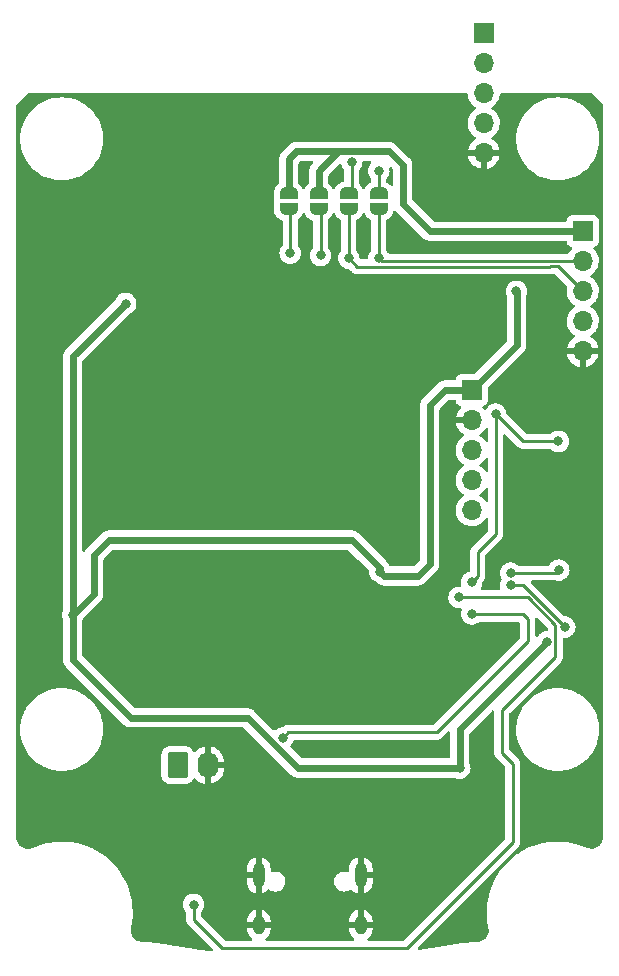
<source format=gbr>
%TF.GenerationSoftware,KiCad,Pcbnew,(6.0.4)*%
%TF.CreationDate,2022-04-29T23:06:03+08:00*%
%TF.ProjectId,RFID-mobileV_1_0,52464944-2d6d-46f6-9269-6c65565f315f,rev?*%
%TF.SameCoordinates,Original*%
%TF.FileFunction,Copper,L2,Bot*%
%TF.FilePolarity,Positive*%
%FSLAX46Y46*%
G04 Gerber Fmt 4.6, Leading zero omitted, Abs format (unit mm)*
G04 Created by KiCad (PCBNEW (6.0.4)) date 2022-04-29 23:06:03*
%MOMM*%
%LPD*%
G01*
G04 APERTURE LIST*
G04 Aperture macros list*
%AMRoundRect*
0 Rectangle with rounded corners*
0 $1 Rounding radius*
0 $2 $3 $4 $5 $6 $7 $8 $9 X,Y pos of 4 corners*
0 Add a 4 corners polygon primitive as box body*
4,1,4,$2,$3,$4,$5,$6,$7,$8,$9,$2,$3,0*
0 Add four circle primitives for the rounded corners*
1,1,$1+$1,$2,$3*
1,1,$1+$1,$4,$5*
1,1,$1+$1,$6,$7*
1,1,$1+$1,$8,$9*
0 Add four rect primitives between the rounded corners*
20,1,$1+$1,$2,$3,$4,$5,0*
20,1,$1+$1,$4,$5,$6,$7,0*
20,1,$1+$1,$6,$7,$8,$9,0*
20,1,$1+$1,$8,$9,$2,$3,0*%
%AMFreePoly0*
4,1,22,0.500000,-0.750000,0.000000,-0.750000,0.000000,-0.745033,-0.079941,-0.743568,-0.215256,-0.701293,-0.333266,-0.622738,-0.424486,-0.514219,-0.481581,-0.384460,-0.499164,-0.250000,-0.500000,-0.250000,-0.500000,0.250000,-0.499164,0.250000,-0.499963,0.256109,-0.478152,0.396186,-0.417904,0.524511,-0.324060,0.630769,-0.204165,0.706417,-0.067858,0.745374,0.000000,0.744959,0.000000,0.750000,
0.500000,0.750000,0.500000,-0.750000,0.500000,-0.750000,$1*%
%AMFreePoly1*
4,1,20,0.000000,0.744959,0.073905,0.744508,0.209726,0.703889,0.328688,0.626782,0.421226,0.519385,0.479903,0.390333,0.500000,0.250000,0.500000,-0.250000,0.499851,-0.262216,0.476331,-0.402017,0.414519,-0.529596,0.319384,-0.634700,0.198574,-0.708877,0.061801,-0.746166,0.000000,-0.745033,0.000000,-0.750000,-0.500000,-0.750000,-0.500000,0.750000,0.000000,0.750000,0.000000,0.744959,
0.000000,0.744959,$1*%
G04 Aperture macros list end*
%TA.AperFunction,ComponentPad*%
%ADD10O,1.000000X2.100000*%
%TD*%
%TA.AperFunction,ComponentPad*%
%ADD11O,1.000000X1.600000*%
%TD*%
%TA.AperFunction,ComponentPad*%
%ADD12RoundRect,0.250000X-0.620000X-0.845000X0.620000X-0.845000X0.620000X0.845000X-0.620000X0.845000X0*%
%TD*%
%TA.AperFunction,ComponentPad*%
%ADD13O,1.740000X2.190000*%
%TD*%
%TA.AperFunction,ComponentPad*%
%ADD14R,1.700000X1.700000*%
%TD*%
%TA.AperFunction,ComponentPad*%
%ADD15O,1.700000X1.700000*%
%TD*%
%TA.AperFunction,SMDPad,CuDef*%
%ADD16FreePoly0,90.000000*%
%TD*%
%TA.AperFunction,SMDPad,CuDef*%
%ADD17FreePoly1,90.000000*%
%TD*%
%TA.AperFunction,ViaPad*%
%ADD18C,0.800000*%
%TD*%
%TA.AperFunction,Conductor*%
%ADD19C,0.600000*%
%TD*%
%TA.AperFunction,Conductor*%
%ADD20C,0.250000*%
%TD*%
G04 APERTURE END LIST*
D10*
%TO.P,J1,S1,SHIELD*%
%TO.N,GND*%
X85087996Y-163270000D03*
X93727996Y-163270000D03*
D11*
X85087996Y-167450000D03*
X93727996Y-167450000D03*
%TD*%
D12*
%TO.P,BT1,1,+*%
%TO.N,+BATT*%
X78232000Y-153924000D03*
D13*
%TO.P,BT1,2,-*%
%TO.N,GND*%
X80772000Y-153924000D03*
%TD*%
D14*
%TO.P,J3,1,Pin_1*%
%TO.N,+3V3*%
X103124000Y-122174000D03*
D15*
%TO.P,J3,2,Pin_2*%
%TO.N,GND*%
X103124000Y-124714000D03*
%TO.P,J3,3,Pin_3*%
%TO.N,/SWDIO*%
X103124000Y-127254000D03*
%TO.P,J3,4,Pin_4*%
%TO.N,/SWCLK*%
X103124000Y-129794000D03*
%TO.P,J3,5,Pin_5*%
%TO.N,/NRST*%
X103124000Y-132334000D03*
%TD*%
D14*
%TO.P,J4,1,Pin_1*%
%TO.N,+3V3*%
X104140000Y-91948000D03*
D15*
%TO.P,J4,2,Pin_2*%
%TO.N,/RFID_TXD_*%
X104140000Y-94488000D03*
%TO.P,J4,3,Pin_3*%
%TO.N,/RFID_RXD_*%
X104140000Y-97028000D03*
%TO.P,J4,4,Pin_4*%
%TO.N,unconnected-(J4-Pad4)*%
X104140000Y-99568000D03*
%TO.P,J4,5,Pin_5*%
%TO.N,GND*%
X104140000Y-102108000D03*
%TD*%
D14*
%TO.P,J2,1,Pin_1*%
%TO.N,+3V3*%
X112522000Y-108717000D03*
D15*
%TO.P,J2,2,Pin_2*%
%TO.N,/LoRa_TXD_*%
X112522000Y-111257000D03*
%TO.P,J2,3,Pin_3*%
%TO.N,/LoRa_RXD_*%
X112522000Y-113797000D03*
%TO.P,J2,4,Pin_4*%
%TO.N,unconnected-(J2-Pad4)*%
X112522000Y-116337000D03*
%TO.P,J2,5,Pin_5*%
%TO.N,GND*%
X112522000Y-118877000D03*
%TD*%
D16*
%TO.P,JP3,1,A*%
%TO.N,/LoRa_RXD_*%
X92710000Y-106822000D03*
D17*
%TO.P,JP3,2,B*%
%TO.N,/LoRa_RXD*%
X92710000Y-105522000D03*
%TD*%
D16*
%TO.P,JP2,1,A*%
%TO.N,/M1*%
X90170000Y-106822000D03*
D17*
%TO.P,JP2,2,B*%
%TO.N,+3V3*%
X90170000Y-105522000D03*
%TD*%
D16*
%TO.P,JP4,1,A*%
%TO.N,/LoRa_TXD_*%
X95250000Y-106822000D03*
D17*
%TO.P,JP4,2,B*%
%TO.N,/LoRa_TXD*%
X95250000Y-105522000D03*
%TD*%
D16*
%TO.P,JP1,1,A*%
%TO.N,/M0*%
X87630000Y-106822000D03*
D17*
%TO.P,JP1,2,B*%
%TO.N,+3V3*%
X87630000Y-105522000D03*
%TD*%
D18*
%TO.N,/M1*%
X90322400Y-110769400D03*
%TO.N,/M0*%
X87757000Y-110591600D03*
%TO.N,/BATT_moint*%
X102057200Y-139725400D03*
X79578200Y-165735000D03*
%TO.N,+3V3*%
X109474000Y-143510000D03*
X73825000Y-114850000D03*
X69342000Y-141224000D03*
X102108000Y-154178000D03*
X106908600Y-113817400D03*
X95350000Y-137550000D03*
%TO.N,GND*%
X71120000Y-142900400D03*
X79525000Y-151900000D03*
X92964000Y-152654000D03*
X94488000Y-118872000D03*
X96266000Y-155448000D03*
X92710000Y-137160000D03*
X97536000Y-116586000D03*
X82550000Y-146050000D03*
X92710000Y-138176000D03*
X94488000Y-116840000D03*
X81425000Y-156100000D03*
X90932000Y-138176000D03*
X93472000Y-156972000D03*
X90932000Y-137160000D03*
X93218000Y-155448000D03*
X97536000Y-118618000D03*
%TO.N,/NRST*%
X110466000Y-126516000D03*
X103124000Y-138430000D03*
X105156000Y-124206000D03*
%TO.N,/PA9*%
X110998000Y-142240000D03*
X106426000Y-138684000D03*
%TO.N,/LoRa_TXD_*%
X95250000Y-110998000D03*
%TO.N,/LoRa_RXD_*%
X92710000Y-110998000D03*
%TO.N,/LoRa_RXD*%
X92964000Y-102870000D03*
%TO.N,/LoRa_TXD*%
X95250000Y-103632000D03*
%TO.N,/CHAR_STAT*%
X87122000Y-151638000D03*
X103124000Y-141138500D03*
%TO.N,/PA10*%
X110491043Y-137415043D03*
X106426000Y-137668000D03*
%TD*%
D19*
%TO.N,+3V3*%
X100838000Y-122174000D02*
X103124000Y-122174000D01*
X99568000Y-123444000D02*
X100838000Y-122174000D01*
X98552000Y-137922000D02*
X99568000Y-136906000D01*
X95722000Y-137922000D02*
X98552000Y-137922000D01*
X95350000Y-137550000D02*
X95722000Y-137922000D01*
X71120000Y-139446000D02*
X69342000Y-141224000D01*
X99568000Y-136906000D02*
X99568000Y-123444000D01*
X71120000Y-136144000D02*
X71120000Y-139446000D01*
X72390000Y-134874000D02*
X71120000Y-136144000D01*
X95350000Y-137260000D02*
X92964000Y-134874000D01*
X95350000Y-137550000D02*
X95350000Y-137260000D01*
X92964000Y-134874000D02*
X72390000Y-134874000D01*
X69342000Y-119333000D02*
X69342000Y-141224000D01*
X73825000Y-114850000D02*
X69342000Y-119333000D01*
D20*
%TO.N,/CHAR_STAT*%
X107850000Y-143450000D02*
X107850000Y-141600000D01*
X107425000Y-141175000D02*
X103160500Y-141175000D01*
X100150000Y-151150000D02*
X107850000Y-143450000D01*
X87610000Y-151150000D02*
X100150000Y-151150000D01*
X103160500Y-141175000D02*
X103124000Y-141138500D01*
X87122000Y-151638000D02*
X87610000Y-151150000D01*
X107850000Y-141600000D02*
X107425000Y-141175000D01*
D19*
%TO.N,+3V3*%
X74244200Y-149936200D02*
X69342000Y-145034000D01*
X84148098Y-149936200D02*
X74244200Y-149936200D01*
X88389898Y-154178000D02*
X84148098Y-149936200D01*
X102108000Y-154178000D02*
X88389898Y-154178000D01*
X69342000Y-145034000D02*
X69342000Y-141224000D01*
D20*
%TO.N,/BATT_moint*%
X81991200Y-169418000D02*
X79578200Y-167005000D01*
X97637600Y-169418000D02*
X81991200Y-169418000D01*
X106578400Y-153797000D02*
X106578400Y-160477200D01*
X105664000Y-149301200D02*
X105664000Y-152882600D01*
X110198511Y-144766689D02*
X105664000Y-149301200D01*
X105664000Y-152882600D02*
X106578400Y-153797000D01*
X110198511Y-142076229D02*
X110198511Y-144766689D01*
X79578200Y-167005000D02*
X79578200Y-165735000D01*
X107847682Y-139725400D02*
X110198511Y-142076229D01*
X102057200Y-139725400D02*
X107847682Y-139725400D01*
X106578400Y-160477200D02*
X97637600Y-169418000D01*
%TO.N,/M1*%
X90322400Y-110769400D02*
X90322400Y-106974400D01*
X90322400Y-106974400D02*
X90170000Y-106822000D01*
%TO.N,/M0*%
X87757000Y-106949000D02*
X87630000Y-106822000D01*
X87757000Y-110591600D02*
X87757000Y-106949000D01*
D19*
%TO.N,+3V3*%
X106934000Y-118364000D02*
X103124000Y-122174000D01*
X106908600Y-113817400D02*
X106934000Y-113842800D01*
X106934000Y-113842800D02*
X106934000Y-118364000D01*
X90170000Y-103632000D02*
X90170000Y-105522000D01*
X112522000Y-108717000D02*
X99573000Y-108717000D01*
X91831511Y-101970489D02*
X88275511Y-101970489D01*
X97282000Y-103124000D02*
X96128489Y-101970489D01*
X87630000Y-102616000D02*
X87630000Y-105522000D01*
X102108000Y-150876000D02*
X109474000Y-143510000D01*
X91831511Y-101970489D02*
X90170000Y-103632000D01*
X96128489Y-101970489D02*
X91831511Y-101970489D01*
X99573000Y-108717000D02*
X97282000Y-106426000D01*
X97282000Y-106426000D02*
X97282000Y-103124000D01*
X88275511Y-101970489D02*
X87630000Y-102616000D01*
X102108000Y-154178000D02*
X102108000Y-150876000D01*
D20*
%TO.N,/NRST*%
X105156000Y-124206000D02*
X107466000Y-126516000D01*
X103632000Y-137922000D02*
X103124000Y-138430000D01*
X105156000Y-124206000D02*
X105156000Y-134366000D01*
X105156000Y-134366000D02*
X103632000Y-135890000D01*
X103632000Y-135890000D02*
X103632000Y-137922000D01*
X107466000Y-126516000D02*
X110466000Y-126516000D01*
%TO.N,/PA9*%
X107442000Y-138684000D02*
X110998000Y-142240000D01*
X106426000Y-138684000D02*
X107442000Y-138684000D01*
%TO.N,/LoRa_TXD_*%
X112522000Y-111257000D02*
X95509000Y-111257000D01*
X95509000Y-111257000D02*
X95250000Y-110998000D01*
X95250000Y-110998000D02*
X95250000Y-106822000D01*
%TO.N,/LoRa_RXD_*%
X92710000Y-110998000D02*
X92710000Y-106822000D01*
X110431520Y-111706520D02*
X109728000Y-111706520D01*
X93434511Y-111722511D02*
X92710000Y-110998000D01*
X109728000Y-111706520D02*
X109712009Y-111722511D01*
X112522000Y-113797000D02*
X110431520Y-111706520D01*
X109712009Y-111722511D02*
X93434511Y-111722511D01*
%TO.N,/LoRa_RXD*%
X92964000Y-105268000D02*
X92710000Y-105522000D01*
X92964000Y-102870000D02*
X92964000Y-105268000D01*
%TO.N,/LoRa_TXD*%
X95250000Y-103632000D02*
X95250000Y-105522000D01*
%TO.N,/PA10*%
X110238086Y-137668000D02*
X106426000Y-137668000D01*
X110491043Y-137415043D02*
X110238086Y-137668000D01*
%TD*%
%TA.AperFunction,Conductor*%
%TO.N,GND*%
G36*
X102728348Y-97048002D02*
G01*
X102774841Y-97101658D01*
X102786018Y-97146747D01*
X102790110Y-97217715D01*
X102791247Y-97222761D01*
X102791248Y-97222767D01*
X102811119Y-97310939D01*
X102839222Y-97435639D01*
X102923266Y-97642616D01*
X103039987Y-97833088D01*
X103186250Y-98001938D01*
X103358126Y-98144632D01*
X103428595Y-98185811D01*
X103431445Y-98187476D01*
X103480169Y-98239114D01*
X103493240Y-98308897D01*
X103466509Y-98374669D01*
X103426055Y-98408027D01*
X103413607Y-98414507D01*
X103409474Y-98417610D01*
X103409471Y-98417612D01*
X103385247Y-98435800D01*
X103234965Y-98548635D01*
X103080629Y-98710138D01*
X102954743Y-98894680D01*
X102860688Y-99097305D01*
X102800989Y-99312570D01*
X102777251Y-99534695D01*
X102777548Y-99539848D01*
X102777548Y-99539851D01*
X102787214Y-99707481D01*
X102790110Y-99757715D01*
X102791247Y-99762761D01*
X102791248Y-99762767D01*
X102805246Y-99824878D01*
X102839222Y-99975639D01*
X102923266Y-100182616D01*
X103039987Y-100373088D01*
X103186250Y-100541938D01*
X103358126Y-100684632D01*
X103431955Y-100727774D01*
X103480679Y-100779412D01*
X103493750Y-100849195D01*
X103467019Y-100914967D01*
X103426562Y-100948327D01*
X103418457Y-100952546D01*
X103409738Y-100958036D01*
X103239433Y-101085905D01*
X103231726Y-101092748D01*
X103084590Y-101246717D01*
X103078104Y-101254727D01*
X102958098Y-101430649D01*
X102953000Y-101439623D01*
X102863338Y-101632783D01*
X102859775Y-101642470D01*
X102804389Y-101842183D01*
X102805912Y-101850607D01*
X102818292Y-101854000D01*
X105458344Y-101854000D01*
X105471875Y-101850027D01*
X105473180Y-101840947D01*
X105431214Y-101673875D01*
X105427894Y-101664124D01*
X105342972Y-101468814D01*
X105338105Y-101459739D01*
X105222426Y-101280926D01*
X105216136Y-101272757D01*
X105072806Y-101115240D01*
X105065273Y-101108215D01*
X104898139Y-100976222D01*
X104889556Y-100970520D01*
X104852602Y-100950120D01*
X104816458Y-100913642D01*
X106894681Y-100913642D01*
X106913927Y-101280883D01*
X106914440Y-101284123D01*
X106914441Y-101284131D01*
X106937648Y-101430649D01*
X106971455Y-101644101D01*
X107066635Y-101999316D01*
X107067820Y-102002404D01*
X107067821Y-102002406D01*
X107112886Y-102119803D01*
X107198423Y-102342636D01*
X107199921Y-102345576D01*
X107363108Y-102665847D01*
X107365376Y-102670299D01*
X107367172Y-102673065D01*
X107367174Y-102673068D01*
X107465972Y-102825204D01*
X107565664Y-102978717D01*
X107797094Y-103264509D01*
X108057129Y-103524544D01*
X108342921Y-103755974D01*
X108651338Y-103956262D01*
X108654272Y-103957757D01*
X108654279Y-103957761D01*
X108774629Y-104019082D01*
X108979002Y-104123215D01*
X109110903Y-104173847D01*
X109309844Y-104250213D01*
X109322322Y-104255003D01*
X109677537Y-104350183D01*
X109870554Y-104380754D01*
X110037507Y-104407197D01*
X110037515Y-104407198D01*
X110040755Y-104407711D01*
X110407996Y-104426957D01*
X110775237Y-104407711D01*
X110778477Y-104407198D01*
X110778485Y-104407197D01*
X110945438Y-104380754D01*
X111138455Y-104350183D01*
X111493670Y-104255003D01*
X111506149Y-104250213D01*
X111705089Y-104173847D01*
X111836990Y-104123215D01*
X112041363Y-104019082D01*
X112161713Y-103957761D01*
X112161720Y-103957757D01*
X112164654Y-103956262D01*
X112473071Y-103755974D01*
X112758863Y-103524544D01*
X113018898Y-103264509D01*
X113250328Y-102978717D01*
X113350020Y-102825204D01*
X113448818Y-102673068D01*
X113448820Y-102673065D01*
X113450616Y-102670299D01*
X113452885Y-102665847D01*
X113616071Y-102345576D01*
X113617569Y-102342636D01*
X113703106Y-102119803D01*
X113748171Y-102002406D01*
X113748172Y-102002404D01*
X113749357Y-101999316D01*
X113844537Y-101644101D01*
X113878344Y-101430649D01*
X113901551Y-101284131D01*
X113901552Y-101284123D01*
X113902065Y-101280883D01*
X113921311Y-100913642D01*
X113902065Y-100546401D01*
X113901359Y-100541938D01*
X113873918Y-100368689D01*
X113844537Y-100183183D01*
X113749357Y-99827968D01*
X113722390Y-99757715D01*
X113618753Y-99487733D01*
X113617569Y-99484648D01*
X113450616Y-99156985D01*
X113415102Y-99102297D01*
X113252130Y-98851342D01*
X113250328Y-98848567D01*
X113018898Y-98562775D01*
X112758863Y-98302740D01*
X112473071Y-98071310D01*
X112164654Y-97871022D01*
X112161720Y-97869527D01*
X112161713Y-97869523D01*
X111839930Y-97705567D01*
X111836990Y-97704069D01*
X111493670Y-97572281D01*
X111138455Y-97477101D01*
X110906892Y-97440425D01*
X110778485Y-97420087D01*
X110778477Y-97420086D01*
X110775237Y-97419573D01*
X110407996Y-97400327D01*
X110040755Y-97419573D01*
X110037515Y-97420086D01*
X110037507Y-97420087D01*
X109909100Y-97440425D01*
X109677537Y-97477101D01*
X109322322Y-97572281D01*
X108979002Y-97704069D01*
X108976062Y-97705567D01*
X108654280Y-97869523D01*
X108654273Y-97869527D01*
X108651339Y-97871022D01*
X108648573Y-97872818D01*
X108648570Y-97872820D01*
X108479531Y-97982595D01*
X108342921Y-98071310D01*
X108057129Y-98302740D01*
X107797094Y-98562775D01*
X107565664Y-98848567D01*
X107563862Y-98851342D01*
X107400891Y-99102297D01*
X107365376Y-99156985D01*
X107198423Y-99484648D01*
X107197239Y-99487733D01*
X107093603Y-99757715D01*
X107066635Y-99827968D01*
X106971455Y-100183183D01*
X106942074Y-100368689D01*
X106914634Y-100541938D01*
X106913927Y-100546401D01*
X106894681Y-100913642D01*
X104816458Y-100913642D01*
X104802631Y-100899687D01*
X104787859Y-100830245D01*
X104812975Y-100763839D01*
X104840327Y-100737232D01*
X104863797Y-100720491D01*
X105019860Y-100609173D01*
X105027687Y-100601374D01*
X105101209Y-100528107D01*
X105178096Y-100451489D01*
X105237594Y-100368689D01*
X105305435Y-100274277D01*
X105308453Y-100270077D01*
X105333892Y-100218606D01*
X105405136Y-100074453D01*
X105405137Y-100074451D01*
X105407430Y-100069811D01*
X105472370Y-99856069D01*
X105501529Y-99634590D01*
X105503156Y-99568000D01*
X105484852Y-99345361D01*
X105430431Y-99128702D01*
X105341354Y-98923840D01*
X105276045Y-98822887D01*
X105222822Y-98740617D01*
X105222820Y-98740614D01*
X105220014Y-98736277D01*
X105069670Y-98571051D01*
X105065619Y-98567852D01*
X105065615Y-98567848D01*
X104898414Y-98435800D01*
X104898410Y-98435798D01*
X104894359Y-98432598D01*
X104853053Y-98409796D01*
X104803084Y-98359364D01*
X104788312Y-98289921D01*
X104813428Y-98223516D01*
X104840780Y-98196909D01*
X104884603Y-98165650D01*
X105019860Y-98069173D01*
X105178096Y-97911489D01*
X105208252Y-97869523D01*
X105305435Y-97734277D01*
X105308453Y-97730077D01*
X105407430Y-97529811D01*
X105472370Y-97316069D01*
X105485999Y-97212546D01*
X105495873Y-97137553D01*
X105524596Y-97072626D01*
X105583861Y-97033535D01*
X105620795Y-97028000D01*
X113213367Y-97028000D01*
X113281488Y-97048002D01*
X113302462Y-97064905D01*
X114220152Y-97982595D01*
X114254178Y-98044907D01*
X114257057Y-98071690D01*
X114257057Y-159974111D01*
X114255557Y-159993494D01*
X114251866Y-160017202D01*
X114253031Y-160026107D01*
X114253458Y-160029376D01*
X114254006Y-160057102D01*
X114241893Y-160190592D01*
X114237793Y-160212999D01*
X114195853Y-160363643D01*
X114187785Y-160384945D01*
X114176276Y-160408615D01*
X114129371Y-160505086D01*
X114119408Y-160525576D01*
X114107637Y-160545075D01*
X114098708Y-160557230D01*
X114015064Y-160671089D01*
X113999974Y-160688153D01*
X113943094Y-160741801D01*
X113886723Y-160794970D01*
X113886215Y-160795449D01*
X113868310Y-160809509D01*
X113737085Y-160894575D01*
X113716935Y-160905183D01*
X113572556Y-160965224D01*
X113550820Y-160972033D01*
X113397980Y-161005102D01*
X113375376Y-161007886D01*
X113219083Y-161012896D01*
X113196352Y-161011565D01*
X113041705Y-160988352D01*
X113019586Y-160982950D01*
X112902086Y-160942700D01*
X112881417Y-160933470D01*
X112878384Y-160931774D01*
X112874336Y-160929080D01*
X112868896Y-160926567D01*
X112868669Y-160926420D01*
X112868409Y-160926342D01*
X112862940Y-160923816D01*
X112858259Y-160922479D01*
X112856145Y-160921694D01*
X112853132Y-160920531D01*
X112850642Y-160919533D01*
X112697835Y-160858300D01*
X112425537Y-160749184D01*
X112425531Y-160749182D01*
X112423223Y-160748257D01*
X112420850Y-160747517D01*
X112420845Y-160747515D01*
X111973607Y-160608003D01*
X111973606Y-160608003D01*
X111971257Y-160607270D01*
X111968861Y-160606725D01*
X111968857Y-160606724D01*
X111512024Y-160502830D01*
X111512023Y-160502830D01*
X111509601Y-160502279D01*
X111507146Y-160501921D01*
X111507136Y-160501919D01*
X111173446Y-160453239D01*
X111041116Y-160433934D01*
X111038650Y-160433771D01*
X111038643Y-160433770D01*
X110571175Y-160402821D01*
X110571163Y-160402821D01*
X110568706Y-160402658D01*
X110566237Y-160402689D01*
X110566229Y-160402689D01*
X110289723Y-160406187D01*
X110095299Y-160408646D01*
X109623831Y-160451859D01*
X109157224Y-160532032D01*
X109154830Y-160532640D01*
X109154823Y-160532642D01*
X108700762Y-160648057D01*
X108700756Y-160648059D01*
X108698371Y-160648665D01*
X108696031Y-160649460D01*
X108696029Y-160649461D01*
X108632403Y-160671089D01*
X108250116Y-160801037D01*
X107815239Y-160988202D01*
X107813063Y-160989349D01*
X107813053Y-160989354D01*
X107398628Y-161207844D01*
X107398622Y-161207847D01*
X107396434Y-161209001D01*
X107394344Y-161210323D01*
X107394335Y-161210328D01*
X107028423Y-161441748D01*
X106996299Y-161462065D01*
X106617313Y-161745825D01*
X106485517Y-161861757D01*
X106287453Y-162035980D01*
X106261827Y-162058521D01*
X105932043Y-162398216D01*
X105930457Y-162400130D01*
X105930452Y-162400136D01*
X105833338Y-162517362D01*
X105630007Y-162762803D01*
X105357591Y-163150022D01*
X105294520Y-163256607D01*
X105128274Y-163537548D01*
X105116483Y-163557473D01*
X105115388Y-163559708D01*
X105020589Y-163753198D01*
X104908179Y-163982631D01*
X104866348Y-164088337D01*
X104734878Y-164420557D01*
X104734874Y-164420570D01*
X104733968Y-164422858D01*
X104594933Y-164875427D01*
X104594392Y-164877856D01*
X104594390Y-164877862D01*
X104554655Y-165056134D01*
X104491934Y-165337532D01*
X104425609Y-165806308D01*
X104396371Y-166278848D01*
X104404400Y-166752225D01*
X104449647Y-167223502D01*
X104493814Y-167474077D01*
X104527174Y-167663344D01*
X104528113Y-167669581D01*
X104528507Y-167672728D01*
X104528736Y-167677586D01*
X104529932Y-167683436D01*
X104529948Y-167683710D01*
X104530041Y-167683969D01*
X104531250Y-167689885D01*
X104532949Y-167694453D01*
X104534031Y-167697363D01*
X104540963Y-167725675D01*
X104556927Y-167853549D01*
X104557708Y-167876080D01*
X104549205Y-168030628D01*
X104545958Y-168052932D01*
X104521754Y-168154415D01*
X104510050Y-168203485D01*
X104502879Y-168224857D01*
X104440717Y-168366600D01*
X104429852Y-168386354D01*
X104343424Y-168514752D01*
X104329211Y-168532254D01*
X104221287Y-168643191D01*
X104204185Y-168657878D01*
X104078221Y-168747806D01*
X104058773Y-168759212D01*
X103918792Y-168825255D01*
X103897624Y-168833012D01*
X103748119Y-168873051D01*
X103725909Y-168876911D01*
X103600641Y-168887270D01*
X103584537Y-168886632D01*
X103584527Y-168887137D01*
X103575553Y-168886963D01*
X103566695Y-168885520D01*
X103557793Y-168886620D01*
X103557789Y-168886620D01*
X103528977Y-168890181D01*
X103526378Y-168890425D01*
X103523888Y-168890407D01*
X103509771Y-168892326D01*
X103494890Y-168893458D01*
X103379792Y-168895366D01*
X103378333Y-168895458D01*
X103378320Y-168895459D01*
X103045571Y-168916553D01*
X103045570Y-168916553D01*
X103044136Y-168916644D01*
X102709842Y-168953580D01*
X102708403Y-168953807D01*
X102708399Y-168953808D01*
X102614718Y-168968616D01*
X102422100Y-168999063D01*
X102404129Y-169000597D01*
X102402275Y-169000622D01*
X102394292Y-169000729D01*
X102394286Y-169000730D01*
X102389431Y-169000795D01*
X102377055Y-169002893D01*
X102353239Y-169010849D01*
X102334503Y-169015545D01*
X100772580Y-169281859D01*
X100769831Y-169282297D01*
X99159968Y-169519618D01*
X99157198Y-169519994D01*
X98692446Y-169577848D01*
X98622376Y-169566414D01*
X98569611Y-169518913D01*
X98550904Y-169450425D01*
X98572193Y-169382696D01*
X98587786Y-169363718D01*
X106970647Y-160980857D01*
X106978937Y-160973313D01*
X106985418Y-160969200D01*
X107032059Y-160919532D01*
X107034813Y-160916691D01*
X107054535Y-160896969D01*
X107057012Y-160893776D01*
X107064717Y-160884755D01*
X107089559Y-160858300D01*
X107094986Y-160852521D01*
X107098807Y-160845571D01*
X107104746Y-160834768D01*
X107115602Y-160818241D01*
X107123157Y-160808502D01*
X107123158Y-160808500D01*
X107128014Y-160802240D01*
X107145574Y-160761660D01*
X107150791Y-160751012D01*
X107168275Y-160719209D01*
X107168276Y-160719207D01*
X107172095Y-160712260D01*
X107177133Y-160692637D01*
X107183537Y-160673934D01*
X107188433Y-160662620D01*
X107188433Y-160662619D01*
X107191581Y-160655345D01*
X107192820Y-160647522D01*
X107192823Y-160647512D01*
X107198499Y-160611676D01*
X107200905Y-160600056D01*
X107209928Y-160564911D01*
X107209928Y-160564910D01*
X107211900Y-160557230D01*
X107211900Y-160536976D01*
X107213451Y-160517265D01*
X107215380Y-160505086D01*
X107216620Y-160497257D01*
X107212459Y-160453238D01*
X107211900Y-160441381D01*
X107211900Y-153875767D01*
X107212427Y-153864584D01*
X107214102Y-153857091D01*
X107211962Y-153789000D01*
X107211900Y-153785043D01*
X107211900Y-153757144D01*
X107211396Y-153753153D01*
X107210463Y-153741311D01*
X107210033Y-153727603D01*
X107209074Y-153697111D01*
X107206862Y-153689497D01*
X107206861Y-153689492D01*
X107203423Y-153677659D01*
X107199412Y-153658295D01*
X107197867Y-153646064D01*
X107196874Y-153638203D01*
X107193957Y-153630836D01*
X107193956Y-153630831D01*
X107180598Y-153597092D01*
X107176754Y-153585865D01*
X107166630Y-153551022D01*
X107164418Y-153543407D01*
X107160097Y-153536100D01*
X107154107Y-153525972D01*
X107145412Y-153508224D01*
X107137952Y-153489383D01*
X107111964Y-153453613D01*
X107105448Y-153443693D01*
X107086980Y-153412465D01*
X107086978Y-153412462D01*
X107082942Y-153405638D01*
X107068621Y-153391317D01*
X107055780Y-153376283D01*
X107048531Y-153366306D01*
X107043872Y-153359893D01*
X107037767Y-153354842D01*
X107037762Y-153354837D01*
X107009796Y-153331701D01*
X107001018Y-153323713D01*
X106334405Y-152657100D01*
X106300379Y-152594788D01*
X106297500Y-152568005D01*
X106297500Y-150913642D01*
X106894681Y-150913642D01*
X106913927Y-151280883D01*
X106971455Y-151644101D01*
X107066635Y-151999316D01*
X107067820Y-152002404D01*
X107067821Y-152002406D01*
X107112886Y-152119803D01*
X107198423Y-152342636D01*
X107199921Y-152345576D01*
X107363731Y-152667070D01*
X107365376Y-152670299D01*
X107367172Y-152673065D01*
X107367174Y-152673068D01*
X107464222Y-152822509D01*
X107565664Y-152978717D01*
X107797094Y-153264509D01*
X108057129Y-153524544D01*
X108342921Y-153755974D01*
X108390740Y-153787028D01*
X108509124Y-153863907D01*
X108651338Y-153956262D01*
X108654272Y-153957757D01*
X108654279Y-153957761D01*
X108903632Y-154084812D01*
X108979002Y-154123215D01*
X109322322Y-154255003D01*
X109677537Y-154350183D01*
X109870554Y-154380754D01*
X110037507Y-154407197D01*
X110037515Y-154407198D01*
X110040755Y-154407711D01*
X110407996Y-154426957D01*
X110775237Y-154407711D01*
X110778477Y-154407198D01*
X110778485Y-154407197D01*
X110945438Y-154380754D01*
X111138455Y-154350183D01*
X111493670Y-154255003D01*
X111836990Y-154123215D01*
X111912360Y-154084812D01*
X112161713Y-153957761D01*
X112161720Y-153957757D01*
X112164654Y-153956262D01*
X112306869Y-153863907D01*
X112425252Y-153787028D01*
X112473071Y-153755974D01*
X112758863Y-153524544D01*
X113018898Y-153264509D01*
X113250328Y-152978717D01*
X113351770Y-152822509D01*
X113448818Y-152673068D01*
X113448820Y-152673065D01*
X113450616Y-152670299D01*
X113452262Y-152667070D01*
X113616071Y-152345576D01*
X113617569Y-152342636D01*
X113703106Y-152119803D01*
X113748171Y-152002406D01*
X113748172Y-152002404D01*
X113749357Y-151999316D01*
X113844537Y-151644101D01*
X113902065Y-151280883D01*
X113921311Y-150913642D01*
X113902065Y-150546401D01*
X113900172Y-150534444D01*
X113875108Y-150376200D01*
X113844537Y-150183183D01*
X113749357Y-149827968D01*
X113705361Y-149713353D01*
X113618753Y-149487733D01*
X113617569Y-149484648D01*
X113559684Y-149371042D01*
X113452115Y-149159926D01*
X113452111Y-149159919D01*
X113450616Y-149156985D01*
X113432808Y-149129562D01*
X113252130Y-148851342D01*
X113250328Y-148848567D01*
X113018898Y-148562775D01*
X112758863Y-148302740D01*
X112473071Y-148071310D01*
X112164654Y-147871022D01*
X112161720Y-147869527D01*
X112161713Y-147869523D01*
X111839930Y-147705567D01*
X111836990Y-147704069D01*
X111493670Y-147572281D01*
X111138455Y-147477101D01*
X110945438Y-147446530D01*
X110778485Y-147420087D01*
X110778477Y-147420086D01*
X110775237Y-147419573D01*
X110407996Y-147400327D01*
X110040755Y-147419573D01*
X110037515Y-147420086D01*
X110037507Y-147420087D01*
X109870554Y-147446530D01*
X109677537Y-147477101D01*
X109322322Y-147572281D01*
X108979002Y-147704069D01*
X108976062Y-147705567D01*
X108654280Y-147869523D01*
X108654273Y-147869527D01*
X108651339Y-147871022D01*
X108342921Y-148071310D01*
X108057129Y-148302740D01*
X107797094Y-148562775D01*
X107565664Y-148848567D01*
X107563862Y-148851342D01*
X107383185Y-149129562D01*
X107365376Y-149156985D01*
X107363881Y-149159919D01*
X107363877Y-149159926D01*
X107256308Y-149371042D01*
X107198423Y-149484648D01*
X107197239Y-149487733D01*
X107110632Y-149713353D01*
X107066635Y-149827968D01*
X106971455Y-150183183D01*
X106940884Y-150376200D01*
X106915821Y-150534444D01*
X106913927Y-150546401D01*
X106894681Y-150913642D01*
X106297500Y-150913642D01*
X106297500Y-149615794D01*
X106317502Y-149547673D01*
X106334405Y-149526699D01*
X108460605Y-147400500D01*
X110590764Y-145270341D01*
X110599050Y-145262801D01*
X110605529Y-145258689D01*
X110652155Y-145209037D01*
X110654909Y-145206196D01*
X110674646Y-145186459D01*
X110677126Y-145183262D01*
X110684831Y-145174240D01*
X110709670Y-145147789D01*
X110715097Y-145142010D01*
X110718916Y-145135064D01*
X110718918Y-145135061D01*
X110724859Y-145124255D01*
X110735710Y-145107736D01*
X110743269Y-145097990D01*
X110748125Y-145091730D01*
X110751270Y-145084461D01*
X110751273Y-145084457D01*
X110765685Y-145051152D01*
X110770902Y-145040502D01*
X110792206Y-145001749D01*
X110797244Y-144982126D01*
X110803648Y-144963423D01*
X110808544Y-144952109D01*
X110808544Y-144952108D01*
X110811692Y-144944834D01*
X110812931Y-144937011D01*
X110812934Y-144937001D01*
X110818610Y-144901165D01*
X110821016Y-144889545D01*
X110830039Y-144854400D01*
X110830039Y-144854399D01*
X110832011Y-144846719D01*
X110832011Y-144826465D01*
X110833562Y-144806754D01*
X110835491Y-144794575D01*
X110836731Y-144786746D01*
X110832570Y-144742727D01*
X110832011Y-144730870D01*
X110832011Y-143274500D01*
X110852013Y-143206379D01*
X110905669Y-143159886D01*
X110958011Y-143148500D01*
X111093487Y-143148500D01*
X111099939Y-143147128D01*
X111099944Y-143147128D01*
X111186888Y-143128647D01*
X111280288Y-143108794D01*
X111381374Y-143063788D01*
X111448722Y-143033803D01*
X111448724Y-143033802D01*
X111454752Y-143031118D01*
X111609253Y-142918866D01*
X111688247Y-142831134D01*
X111732621Y-142781852D01*
X111732622Y-142781851D01*
X111737040Y-142776944D01*
X111832527Y-142611556D01*
X111891542Y-142429928D01*
X111911504Y-142240000D01*
X111891542Y-142050072D01*
X111832527Y-141868444D01*
X111829041Y-141862405D01*
X111740341Y-141708774D01*
X111737040Y-141703056D01*
X111711236Y-141674397D01*
X111613675Y-141566045D01*
X111613674Y-141566044D01*
X111609253Y-141561134D01*
X111454752Y-141448882D01*
X111448724Y-141446198D01*
X111448722Y-141446197D01*
X111286319Y-141373891D01*
X111286318Y-141373891D01*
X111280288Y-141371206D01*
X111163619Y-141346407D01*
X111099944Y-141332872D01*
X111099939Y-141332872D01*
X111093487Y-141331500D01*
X111037595Y-141331500D01*
X110969474Y-141311498D01*
X110948500Y-141294595D01*
X108170500Y-138516595D01*
X108136474Y-138454283D01*
X108141539Y-138383468D01*
X108184086Y-138326632D01*
X108250606Y-138301821D01*
X108259595Y-138301500D01*
X110159319Y-138301500D01*
X110170502Y-138302027D01*
X110177995Y-138303702D01*
X110185921Y-138303453D01*
X110185922Y-138303453D01*
X110246072Y-138301562D01*
X110250031Y-138301500D01*
X110277942Y-138301500D01*
X110277942Y-138302252D01*
X110304652Y-138304221D01*
X110389099Y-138322171D01*
X110389103Y-138322171D01*
X110395556Y-138323543D01*
X110586530Y-138323543D01*
X110592982Y-138322171D01*
X110592987Y-138322171D01*
X110681045Y-138303453D01*
X110773331Y-138283837D01*
X110779362Y-138281152D01*
X110941765Y-138208846D01*
X110941767Y-138208845D01*
X110947795Y-138206161D01*
X111102296Y-138093909D01*
X111185024Y-138002030D01*
X111225664Y-137956895D01*
X111225665Y-137956894D01*
X111230083Y-137951987D01*
X111325570Y-137786599D01*
X111384585Y-137604971D01*
X111397923Y-137478072D01*
X111403857Y-137421608D01*
X111404547Y-137415043D01*
X111393440Y-137309363D01*
X111385275Y-137231678D01*
X111385275Y-137231676D01*
X111384585Y-137225115D01*
X111325570Y-137043487D01*
X111320382Y-137034500D01*
X111233384Y-136883817D01*
X111230083Y-136878099D01*
X111198013Y-136842481D01*
X111106718Y-136741088D01*
X111106717Y-136741087D01*
X111102296Y-136736177D01*
X110947795Y-136623925D01*
X110941767Y-136621241D01*
X110941765Y-136621240D01*
X110779362Y-136548934D01*
X110779361Y-136548934D01*
X110773331Y-136546249D01*
X110679931Y-136526396D01*
X110592987Y-136507915D01*
X110592982Y-136507915D01*
X110586530Y-136506543D01*
X110395556Y-136506543D01*
X110389104Y-136507915D01*
X110389099Y-136507915D01*
X110302155Y-136526396D01*
X110208755Y-136546249D01*
X110202725Y-136548934D01*
X110202724Y-136548934D01*
X110040321Y-136621240D01*
X110040319Y-136621241D01*
X110034291Y-136623925D01*
X109879790Y-136736177D01*
X109875369Y-136741087D01*
X109875368Y-136741088D01*
X109784074Y-136842481D01*
X109752003Y-136878099D01*
X109727476Y-136920581D01*
X109698078Y-136971500D01*
X109646696Y-137020493D01*
X109588959Y-137034500D01*
X107134200Y-137034500D01*
X107066079Y-137014498D01*
X107046853Y-136998157D01*
X107046580Y-136998460D01*
X107041668Y-136994037D01*
X107037253Y-136989134D01*
X106994782Y-136958277D01*
X106888094Y-136880763D01*
X106888093Y-136880762D01*
X106882752Y-136876882D01*
X106876724Y-136874198D01*
X106876722Y-136874197D01*
X106714319Y-136801891D01*
X106714318Y-136801891D01*
X106708288Y-136799206D01*
X106614888Y-136779353D01*
X106527944Y-136760872D01*
X106527939Y-136760872D01*
X106521487Y-136759500D01*
X106330513Y-136759500D01*
X106324061Y-136760872D01*
X106324056Y-136760872D01*
X106237112Y-136779353D01*
X106143712Y-136799206D01*
X106137682Y-136801891D01*
X106137681Y-136801891D01*
X105975278Y-136874197D01*
X105975276Y-136874198D01*
X105969248Y-136876882D01*
X105814747Y-136989134D01*
X105810326Y-136994044D01*
X105810325Y-136994045D01*
X105723642Y-137090317D01*
X105686960Y-137131056D01*
X105683659Y-137136774D01*
X105604614Y-137273684D01*
X105591473Y-137296444D01*
X105532458Y-137478072D01*
X105531768Y-137484633D01*
X105531768Y-137484635D01*
X105518461Y-137611249D01*
X105512496Y-137668000D01*
X105513186Y-137674565D01*
X105525563Y-137792322D01*
X105532458Y-137857928D01*
X105591473Y-138039556D01*
X105594776Y-138045278D01*
X105594777Y-138045279D01*
X105633876Y-138113000D01*
X105650614Y-138181995D01*
X105633876Y-138239000D01*
X105596221Y-138304221D01*
X105591473Y-138312444D01*
X105532458Y-138494072D01*
X105531768Y-138500633D01*
X105531768Y-138500635D01*
X105513967Y-138670002D01*
X105512496Y-138684000D01*
X105513186Y-138690565D01*
X105530920Y-138859291D01*
X105532458Y-138873928D01*
X105549691Y-138926966D01*
X105551719Y-138997930D01*
X105515057Y-139058729D01*
X105451345Y-139090054D01*
X105429858Y-139091900D01*
X104009135Y-139091900D01*
X103941014Y-139071898D01*
X103894521Y-139018242D01*
X103884417Y-138947968D01*
X103900016Y-138902900D01*
X103955223Y-138807279D01*
X103955224Y-138807278D01*
X103958527Y-138801556D01*
X104017542Y-138619928D01*
X104018536Y-138610476D01*
X104027177Y-138528254D01*
X104034775Y-138455968D01*
X104061787Y-138390313D01*
X104068228Y-138382895D01*
X104085660Y-138364331D01*
X104088413Y-138361491D01*
X104108134Y-138341770D01*
X104110612Y-138338575D01*
X104118318Y-138329553D01*
X104142594Y-138303702D01*
X104148586Y-138297321D01*
X104158346Y-138279568D01*
X104169199Y-138263045D01*
X104176753Y-138253306D01*
X104181613Y-138247041D01*
X104199176Y-138206457D01*
X104204383Y-138195827D01*
X104225695Y-138157060D01*
X104227666Y-138149383D01*
X104227668Y-138149378D01*
X104230732Y-138137442D01*
X104237138Y-138118730D01*
X104242034Y-138107417D01*
X104245181Y-138100145D01*
X104246495Y-138091852D01*
X104252097Y-138056481D01*
X104254504Y-138044860D01*
X104263528Y-138009711D01*
X104263528Y-138009710D01*
X104265500Y-138002030D01*
X104265500Y-137981769D01*
X104267051Y-137962058D01*
X104268979Y-137949885D01*
X104270219Y-137942057D01*
X104266059Y-137898046D01*
X104265500Y-137886189D01*
X104265500Y-136204594D01*
X104285502Y-136136473D01*
X104302405Y-136115499D01*
X105548247Y-134869657D01*
X105556537Y-134862113D01*
X105563018Y-134858000D01*
X105609659Y-134808332D01*
X105612413Y-134805491D01*
X105632134Y-134785770D01*
X105634612Y-134782575D01*
X105642318Y-134773553D01*
X105667158Y-134747101D01*
X105672586Y-134741321D01*
X105682346Y-134723568D01*
X105693199Y-134707045D01*
X105700753Y-134697306D01*
X105705613Y-134691041D01*
X105723176Y-134650457D01*
X105728383Y-134639827D01*
X105749695Y-134601060D01*
X105751666Y-134593383D01*
X105751668Y-134593378D01*
X105754732Y-134581442D01*
X105761138Y-134562730D01*
X105766034Y-134551417D01*
X105769181Y-134544145D01*
X105776097Y-134500481D01*
X105778504Y-134488860D01*
X105787528Y-134453711D01*
X105787528Y-134453710D01*
X105789500Y-134446030D01*
X105789500Y-134425769D01*
X105791051Y-134406058D01*
X105792979Y-134393885D01*
X105794219Y-134386057D01*
X105790059Y-134342046D01*
X105789500Y-134330189D01*
X105789500Y-126039594D01*
X105809502Y-125971473D01*
X105863158Y-125924980D01*
X105933432Y-125914876D01*
X105998012Y-125944370D01*
X106004595Y-125950499D01*
X106962343Y-126908247D01*
X106969887Y-126916537D01*
X106974000Y-126923018D01*
X106979777Y-126928443D01*
X107023667Y-126969658D01*
X107026509Y-126972413D01*
X107046230Y-126992134D01*
X107049425Y-126994612D01*
X107058447Y-127002318D01*
X107090679Y-127032586D01*
X107097628Y-127036406D01*
X107108432Y-127042346D01*
X107124956Y-127053199D01*
X107140959Y-127065613D01*
X107181543Y-127083176D01*
X107192173Y-127088383D01*
X107230940Y-127109695D01*
X107238617Y-127111666D01*
X107238622Y-127111668D01*
X107250558Y-127114732D01*
X107269266Y-127121137D01*
X107287855Y-127129181D01*
X107295680Y-127130420D01*
X107295682Y-127130421D01*
X107331519Y-127136097D01*
X107343140Y-127138504D01*
X107378289Y-127147528D01*
X107385970Y-127149500D01*
X107406231Y-127149500D01*
X107425940Y-127151051D01*
X107445943Y-127154219D01*
X107453835Y-127153473D01*
X107459062Y-127152979D01*
X107489954Y-127150059D01*
X107501811Y-127149500D01*
X109757800Y-127149500D01*
X109825921Y-127169502D01*
X109845147Y-127185843D01*
X109845420Y-127185540D01*
X109850332Y-127189963D01*
X109854747Y-127194866D01*
X110009248Y-127307118D01*
X110015276Y-127309802D01*
X110015278Y-127309803D01*
X110177681Y-127382109D01*
X110183712Y-127384794D01*
X110277113Y-127404647D01*
X110364056Y-127423128D01*
X110364061Y-127423128D01*
X110370513Y-127424500D01*
X110561487Y-127424500D01*
X110567939Y-127423128D01*
X110567944Y-127423128D01*
X110654887Y-127404647D01*
X110748288Y-127384794D01*
X110754319Y-127382109D01*
X110916722Y-127309803D01*
X110916724Y-127309802D01*
X110922752Y-127307118D01*
X111077253Y-127194866D01*
X111113852Y-127154219D01*
X111200621Y-127057852D01*
X111200622Y-127057851D01*
X111205040Y-127052944D01*
X111280053Y-126923018D01*
X111297223Y-126893279D01*
X111297224Y-126893278D01*
X111300527Y-126887556D01*
X111359542Y-126705928D01*
X111372213Y-126585375D01*
X111378814Y-126522565D01*
X111379504Y-126516000D01*
X111370110Y-126426617D01*
X111360232Y-126332635D01*
X111360232Y-126332633D01*
X111359542Y-126326072D01*
X111300527Y-126144444D01*
X111287454Y-126121800D01*
X111208341Y-125984774D01*
X111205040Y-125979056D01*
X111166335Y-125936069D01*
X111081675Y-125842045D01*
X111081674Y-125842044D01*
X111077253Y-125837134D01*
X110922752Y-125724882D01*
X110916724Y-125722198D01*
X110916722Y-125722197D01*
X110754319Y-125649891D01*
X110754318Y-125649891D01*
X110748288Y-125647206D01*
X110654887Y-125627353D01*
X110567944Y-125608872D01*
X110567939Y-125608872D01*
X110561487Y-125607500D01*
X110370513Y-125607500D01*
X110364061Y-125608872D01*
X110364056Y-125608872D01*
X110277113Y-125627353D01*
X110183712Y-125647206D01*
X110177682Y-125649891D01*
X110177681Y-125649891D01*
X110015278Y-125722197D01*
X110015276Y-125722198D01*
X110009248Y-125724882D01*
X109854747Y-125837134D01*
X109850332Y-125842037D01*
X109845420Y-125846460D01*
X109844295Y-125845211D01*
X109790986Y-125878051D01*
X109757800Y-125882500D01*
X107780595Y-125882500D01*
X107712474Y-125862498D01*
X107691500Y-125845595D01*
X106103122Y-124257217D01*
X106069096Y-124194905D01*
X106066907Y-124181292D01*
X106050232Y-124022635D01*
X106050232Y-124022633D01*
X106049542Y-124016072D01*
X105990527Y-123834444D01*
X105895040Y-123669056D01*
X105798077Y-123561367D01*
X105771675Y-123532045D01*
X105771674Y-123532044D01*
X105767253Y-123527134D01*
X105632971Y-123429572D01*
X105618094Y-123418763D01*
X105618093Y-123418762D01*
X105612752Y-123414882D01*
X105606724Y-123412198D01*
X105606722Y-123412197D01*
X105444319Y-123339891D01*
X105444318Y-123339891D01*
X105438288Y-123337206D01*
X105344887Y-123317353D01*
X105257944Y-123298872D01*
X105257939Y-123298872D01*
X105251487Y-123297500D01*
X105060513Y-123297500D01*
X105054061Y-123298872D01*
X105054056Y-123298872D01*
X104967113Y-123317353D01*
X104873712Y-123337206D01*
X104867682Y-123339891D01*
X104867681Y-123339891D01*
X104705278Y-123412197D01*
X104705276Y-123412198D01*
X104699248Y-123414882D01*
X104693907Y-123418762D01*
X104693906Y-123418763D01*
X104612693Y-123477768D01*
X104544747Y-123527134D01*
X104541090Y-123531195D01*
X104515781Y-123543342D01*
X104506140Y-123569233D01*
X104498866Y-123578090D01*
X104416960Y-123669056D01*
X104413661Y-123674769D01*
X104413658Y-123674774D01*
X104344954Y-123793773D01*
X104293571Y-123842766D01*
X104223857Y-123856202D01*
X104157947Y-123829815D01*
X104142642Y-123815573D01*
X104056293Y-123720677D01*
X104025241Y-123656831D01*
X104033636Y-123586332D01*
X104078812Y-123531564D01*
X104105256Y-123517895D01*
X104212297Y-123477767D01*
X104220705Y-123474615D01*
X104307697Y-123409418D01*
X104329665Y-123392954D01*
X104345592Y-123387003D01*
X104349883Y-123371289D01*
X104356333Y-123361813D01*
X104364823Y-123350485D01*
X104424615Y-123270705D01*
X104475745Y-123134316D01*
X104482500Y-123072134D01*
X104482500Y-122011082D01*
X104502502Y-121942961D01*
X104519405Y-121921987D01*
X107296425Y-119144966D01*
X111190257Y-119144966D01*
X111220565Y-119279446D01*
X111223645Y-119289275D01*
X111303770Y-119486603D01*
X111308413Y-119495794D01*
X111419694Y-119677388D01*
X111425777Y-119685699D01*
X111565213Y-119846667D01*
X111572580Y-119853883D01*
X111736434Y-119989916D01*
X111744881Y-119995831D01*
X111928756Y-120103279D01*
X111938042Y-120107729D01*
X112137001Y-120183703D01*
X112146899Y-120186579D01*
X112250250Y-120207606D01*
X112264299Y-120206410D01*
X112268000Y-120196065D01*
X112268000Y-120195517D01*
X112776000Y-120195517D01*
X112780064Y-120209359D01*
X112793478Y-120211393D01*
X112800184Y-120210534D01*
X112810262Y-120208392D01*
X113014255Y-120147191D01*
X113023842Y-120143433D01*
X113215095Y-120049739D01*
X113223945Y-120044464D01*
X113397328Y-119920792D01*
X113405200Y-119914139D01*
X113556052Y-119763812D01*
X113562730Y-119755965D01*
X113687003Y-119583020D01*
X113692313Y-119574183D01*
X113786670Y-119383267D01*
X113790469Y-119373672D01*
X113852377Y-119169910D01*
X113854555Y-119159837D01*
X113855986Y-119148962D01*
X113853775Y-119134778D01*
X113840617Y-119131000D01*
X112794115Y-119131000D01*
X112778876Y-119135475D01*
X112777671Y-119136865D01*
X112776000Y-119144548D01*
X112776000Y-120195517D01*
X112268000Y-120195517D01*
X112268000Y-119149115D01*
X112263525Y-119133876D01*
X112262135Y-119132671D01*
X112254452Y-119131000D01*
X111205225Y-119131000D01*
X111191694Y-119134973D01*
X111190257Y-119144966D01*
X107296425Y-119144966D01*
X107499110Y-118942281D01*
X107500047Y-118941353D01*
X107559474Y-118883158D01*
X107559475Y-118883156D01*
X107564507Y-118878229D01*
X107568322Y-118872309D01*
X107568327Y-118872303D01*
X107587994Y-118841786D01*
X107595427Y-118831441D01*
X107622476Y-118797557D01*
X107637073Y-118767362D01*
X107644602Y-118753945D01*
X107658948Y-118731684D01*
X107662765Y-118725762D01*
X107665173Y-118719145D01*
X107665176Y-118719140D01*
X107677592Y-118685027D01*
X107682553Y-118673284D01*
X107698353Y-118640600D01*
X107698356Y-118640591D01*
X107701421Y-118634251D01*
X107708966Y-118601572D01*
X107713334Y-118586825D01*
X107724803Y-118555315D01*
X107725685Y-118548330D01*
X107725687Y-118548323D01*
X107730237Y-118512308D01*
X107732472Y-118499757D01*
X107740640Y-118464378D01*
X107742225Y-118457515D01*
X107742367Y-118416926D01*
X107742396Y-118416057D01*
X107742500Y-118415231D01*
X107742500Y-118378714D01*
X107742858Y-118276130D01*
X107742589Y-118274927D01*
X107742500Y-118273283D01*
X107742500Y-114210842D01*
X107748667Y-114171906D01*
X107800102Y-114013606D01*
X107802142Y-114007328D01*
X107804309Y-113986715D01*
X107821414Y-113823965D01*
X107822104Y-113817400D01*
X107817001Y-113768851D01*
X107802832Y-113634035D01*
X107802832Y-113634033D01*
X107802142Y-113627472D01*
X107743127Y-113445844D01*
X107647640Y-113280456D01*
X107519853Y-113138534D01*
X107365352Y-113026282D01*
X107359324Y-113023598D01*
X107359322Y-113023597D01*
X107196919Y-112951291D01*
X107196918Y-112951291D01*
X107190888Y-112948606D01*
X107097488Y-112928753D01*
X107010544Y-112910272D01*
X107010539Y-112910272D01*
X107004087Y-112908900D01*
X106813113Y-112908900D01*
X106806661Y-112910272D01*
X106806656Y-112910272D01*
X106719712Y-112928753D01*
X106626312Y-112948606D01*
X106620282Y-112951291D01*
X106620281Y-112951291D01*
X106457878Y-113023597D01*
X106457876Y-113023598D01*
X106451848Y-113026282D01*
X106297347Y-113138534D01*
X106169560Y-113280456D01*
X106074073Y-113445844D01*
X106015058Y-113627472D01*
X106014368Y-113634033D01*
X106014368Y-113634035D01*
X106000199Y-113768851D01*
X105995096Y-113817400D01*
X105995786Y-113823965D01*
X106012892Y-113986715D01*
X106015058Y-114007328D01*
X106074073Y-114188956D01*
X106077376Y-114194678D01*
X106077377Y-114194679D01*
X106108619Y-114248791D01*
X106125500Y-114311791D01*
X106125500Y-117976918D01*
X106105498Y-118045039D01*
X106088595Y-118066013D01*
X103376013Y-120778595D01*
X103313701Y-120812621D01*
X103286918Y-120815500D01*
X102225866Y-120815500D01*
X102163684Y-120822255D01*
X102027295Y-120873385D01*
X101910739Y-120960739D01*
X101823385Y-121077295D01*
X101772255Y-121213684D01*
X101771402Y-121221540D01*
X101767972Y-121253108D01*
X101740730Y-121318670D01*
X101682366Y-121359096D01*
X101642709Y-121365500D01*
X100847165Y-121365500D01*
X100845846Y-121365493D01*
X100755779Y-121364550D01*
X100748901Y-121366037D01*
X100748891Y-121366038D01*
X100713413Y-121373709D01*
X100700838Y-121375769D01*
X100657745Y-121380603D01*
X100626074Y-121391632D01*
X100611265Y-121395795D01*
X100585371Y-121401393D01*
X100585368Y-121401394D01*
X100578490Y-121402881D01*
X100539187Y-121421208D01*
X100527411Y-121425990D01*
X100486448Y-121440255D01*
X100480473Y-121443989D01*
X100480470Y-121443990D01*
X100458005Y-121458027D01*
X100444488Y-121465366D01*
X100420481Y-121476561D01*
X100420477Y-121476563D01*
X100414098Y-121479538D01*
X100386184Y-121501190D01*
X100379844Y-121506108D01*
X100369395Y-121513397D01*
X100332624Y-121536374D01*
X100327625Y-121541339D01*
X100327623Y-121541340D01*
X100303815Y-121564983D01*
X100303192Y-121565566D01*
X100302530Y-121566079D01*
X100276681Y-121591928D01*
X100203918Y-121664185D01*
X100203259Y-121665223D01*
X100202153Y-121666456D01*
X99002843Y-122865765D01*
X99001906Y-122866693D01*
X98937493Y-122929771D01*
X98914002Y-122966221D01*
X98906583Y-122976546D01*
X98879524Y-123010443D01*
X98876459Y-123016784D01*
X98876458Y-123016785D01*
X98864928Y-123040637D01*
X98857399Y-123054054D01*
X98839235Y-123082238D01*
X98836827Y-123088855D01*
X98836824Y-123088860D01*
X98824408Y-123122973D01*
X98819447Y-123134716D01*
X98803646Y-123167403D01*
X98803644Y-123167408D01*
X98800579Y-123173749D01*
X98798996Y-123180607D01*
X98798995Y-123180609D01*
X98793035Y-123206426D01*
X98788668Y-123221169D01*
X98777197Y-123252685D01*
X98776314Y-123259675D01*
X98776312Y-123259683D01*
X98771762Y-123295701D01*
X98769526Y-123308253D01*
X98762842Y-123337206D01*
X98759776Y-123350485D01*
X98759751Y-123357531D01*
X98759751Y-123357534D01*
X98759634Y-123391056D01*
X98759605Y-123391938D01*
X98759500Y-123392769D01*
X98759500Y-123429419D01*
X98759499Y-123429859D01*
X98759160Y-123527134D01*
X98759143Y-123531870D01*
X98759411Y-123533070D01*
X98759500Y-123534707D01*
X98759500Y-136518918D01*
X98739498Y-136587039D01*
X98722595Y-136608013D01*
X98254013Y-137076595D01*
X98191701Y-137110621D01*
X98164918Y-137113500D01*
X96247222Y-137113500D01*
X96179101Y-137093498D01*
X96132608Y-137039842D01*
X96124068Y-137014130D01*
X96121119Y-137000490D01*
X96102793Y-136961189D01*
X96098008Y-136949406D01*
X96083745Y-136908448D01*
X96065979Y-136880016D01*
X96058640Y-136866499D01*
X96047440Y-136842481D01*
X96047438Y-136842477D01*
X96044463Y-136836098D01*
X96030526Y-136818130D01*
X96017891Y-136801840D01*
X96010597Y-136791385D01*
X95991359Y-136760598D01*
X95987626Y-136754624D01*
X95982663Y-136749626D01*
X95959024Y-136725821D01*
X95958439Y-136725196D01*
X95957922Y-136724530D01*
X95931932Y-136698540D01*
X95859815Y-136625918D01*
X95858778Y-136625260D01*
X95857549Y-136624157D01*
X93542234Y-134308842D01*
X93541306Y-134307905D01*
X93483157Y-134248525D01*
X93483156Y-134248524D01*
X93478229Y-134243493D01*
X93441779Y-134220002D01*
X93431454Y-134212583D01*
X93397557Y-134185524D01*
X93367362Y-134170927D01*
X93353945Y-134163398D01*
X93325762Y-134145235D01*
X93319145Y-134142827D01*
X93319140Y-134142824D01*
X93285027Y-134130408D01*
X93273284Y-134125447D01*
X93240597Y-134109646D01*
X93240592Y-134109644D01*
X93234251Y-134106579D01*
X93227393Y-134104996D01*
X93227391Y-134104995D01*
X93201574Y-134099035D01*
X93186831Y-134094668D01*
X93155315Y-134083197D01*
X93148325Y-134082314D01*
X93148317Y-134082312D01*
X93112299Y-134077762D01*
X93099747Y-134075526D01*
X93064386Y-134067362D01*
X93064383Y-134067362D01*
X93057515Y-134065776D01*
X93050469Y-134065751D01*
X93050466Y-134065751D01*
X93016944Y-134065634D01*
X93016062Y-134065605D01*
X93015231Y-134065500D01*
X92978581Y-134065500D01*
X92978141Y-134065499D01*
X92879657Y-134065155D01*
X92879652Y-134065155D01*
X92876130Y-134065143D01*
X92874930Y-134065411D01*
X92873293Y-134065500D01*
X72399165Y-134065500D01*
X72397846Y-134065493D01*
X72307779Y-134064550D01*
X72300901Y-134066037D01*
X72300891Y-134066038D01*
X72265413Y-134073709D01*
X72252838Y-134075769D01*
X72209745Y-134080603D01*
X72178074Y-134091632D01*
X72163265Y-134095795D01*
X72137371Y-134101393D01*
X72137368Y-134101394D01*
X72130490Y-134102881D01*
X72091187Y-134121208D01*
X72079411Y-134125990D01*
X72038448Y-134140255D01*
X72032473Y-134143989D01*
X72032470Y-134143990D01*
X72010005Y-134158027D01*
X71996488Y-134165366D01*
X71972481Y-134176561D01*
X71972477Y-134176563D01*
X71966098Y-134179538D01*
X71958381Y-134185524D01*
X71931844Y-134206108D01*
X71921395Y-134213397D01*
X71884624Y-134236374D01*
X71879625Y-134241339D01*
X71879623Y-134241340D01*
X71855815Y-134264983D01*
X71855192Y-134265566D01*
X71854530Y-134266079D01*
X71828681Y-134291928D01*
X71811649Y-134308842D01*
X71755918Y-134364185D01*
X71755259Y-134365223D01*
X71754153Y-134366456D01*
X70554843Y-135565765D01*
X70553906Y-135566693D01*
X70508673Y-135610989D01*
X70489493Y-135629771D01*
X70466002Y-135666221D01*
X70458583Y-135676546D01*
X70431524Y-135710443D01*
X70428459Y-135716784D01*
X70428458Y-135716785D01*
X70416928Y-135740637D01*
X70409399Y-135754054D01*
X70391235Y-135782238D01*
X70389124Y-135788037D01*
X70341153Y-135839905D01*
X70272420Y-135857691D01*
X70204983Y-135835494D01*
X70160252Y-135780361D01*
X70150500Y-135731757D01*
X70150500Y-119720082D01*
X70170502Y-119651961D01*
X70187405Y-119630987D01*
X74076912Y-115741480D01*
X74114758Y-115715468D01*
X74275722Y-115643803D01*
X74275724Y-115643802D01*
X74281752Y-115641118D01*
X74436253Y-115528866D01*
X74564040Y-115386944D01*
X74659527Y-115221556D01*
X74718542Y-115039928D01*
X74719971Y-115026338D01*
X74737814Y-114856565D01*
X74738504Y-114850000D01*
X74718542Y-114660072D01*
X74659527Y-114478444D01*
X74564040Y-114313056D01*
X74555394Y-114303453D01*
X74440675Y-114176045D01*
X74440674Y-114176044D01*
X74436253Y-114171134D01*
X74317795Y-114085069D01*
X74287094Y-114062763D01*
X74287093Y-114062762D01*
X74281752Y-114058882D01*
X74275724Y-114056198D01*
X74275722Y-114056197D01*
X74113319Y-113983891D01*
X74113318Y-113983891D01*
X74107288Y-113981206D01*
X74013887Y-113961353D01*
X73926944Y-113942872D01*
X73926939Y-113942872D01*
X73920487Y-113941500D01*
X73729513Y-113941500D01*
X73723061Y-113942872D01*
X73723056Y-113942872D01*
X73636112Y-113961353D01*
X73542712Y-113981206D01*
X73536682Y-113983891D01*
X73536681Y-113983891D01*
X73374278Y-114056197D01*
X73374276Y-114056198D01*
X73368248Y-114058882D01*
X73362907Y-114062762D01*
X73362906Y-114062763D01*
X73332205Y-114085069D01*
X73213747Y-114171134D01*
X73209326Y-114176044D01*
X73209325Y-114176045D01*
X73094607Y-114303453D01*
X73085960Y-114313056D01*
X72990473Y-114478444D01*
X72988432Y-114484726D01*
X72969646Y-114542543D01*
X72938908Y-114592701D01*
X68776842Y-118754766D01*
X68775905Y-118755694D01*
X68727541Y-118803056D01*
X68711493Y-118818771D01*
X68688002Y-118855221D01*
X68680583Y-118865546D01*
X68653524Y-118899443D01*
X68650459Y-118905784D01*
X68650458Y-118905785D01*
X68638928Y-118929637D01*
X68631399Y-118943054D01*
X68613235Y-118971238D01*
X68610827Y-118977855D01*
X68610824Y-118977860D01*
X68598408Y-119011973D01*
X68593447Y-119023716D01*
X68577646Y-119056403D01*
X68577644Y-119056408D01*
X68574579Y-119062749D01*
X68572996Y-119069607D01*
X68572995Y-119069609D01*
X68567035Y-119095426D01*
X68562668Y-119110169D01*
X68551197Y-119141685D01*
X68550314Y-119148675D01*
X68550312Y-119148683D01*
X68545762Y-119184701D01*
X68543526Y-119197253D01*
X68533776Y-119239485D01*
X68533751Y-119246531D01*
X68533751Y-119246534D01*
X68533634Y-119280056D01*
X68533605Y-119280938D01*
X68533500Y-119281769D01*
X68533500Y-119318572D01*
X68533143Y-119420870D01*
X68533411Y-119422070D01*
X68533500Y-119423707D01*
X68533500Y-140773603D01*
X68516620Y-140836602D01*
X68507473Y-140852444D01*
X68448458Y-141034072D01*
X68447768Y-141040633D01*
X68447768Y-141040635D01*
X68432353Y-141187302D01*
X68428496Y-141224000D01*
X68429186Y-141230565D01*
X68446424Y-141394572D01*
X68448458Y-141413928D01*
X68507473Y-141595556D01*
X68516620Y-141611398D01*
X68533500Y-141674397D01*
X68533500Y-145024786D01*
X68533493Y-145026106D01*
X68532549Y-145116221D01*
X68541711Y-145158597D01*
X68543769Y-145171163D01*
X68548603Y-145214255D01*
X68550919Y-145220906D01*
X68550920Y-145220910D01*
X68559633Y-145245930D01*
X68563796Y-145260742D01*
X68565872Y-145270341D01*
X68570881Y-145293510D01*
X68589208Y-145332813D01*
X68593990Y-145344589D01*
X68608255Y-145385552D01*
X68611989Y-145391527D01*
X68611990Y-145391530D01*
X68626027Y-145413995D01*
X68633366Y-145427512D01*
X68644559Y-145451514D01*
X68647538Y-145457902D01*
X68651855Y-145463467D01*
X68651856Y-145463469D01*
X68674106Y-145492153D01*
X68681402Y-145502612D01*
X68704374Y-145539376D01*
X68709334Y-145544371D01*
X68709335Y-145544372D01*
X68732976Y-145568179D01*
X68733561Y-145568804D01*
X68734078Y-145569470D01*
X68760067Y-145595459D01*
X68832185Y-145668082D01*
X68833222Y-145668740D01*
X68834451Y-145669843D01*
X73665919Y-150501310D01*
X73666847Y-150502247D01*
X73713308Y-150549691D01*
X73729971Y-150566707D01*
X73735891Y-150570522D01*
X73735897Y-150570527D01*
X73766414Y-150590194D01*
X73776759Y-150597627D01*
X73810643Y-150624676D01*
X73816982Y-150627740D01*
X73816983Y-150627741D01*
X73840837Y-150639272D01*
X73854254Y-150646801D01*
X73882438Y-150664965D01*
X73889055Y-150667373D01*
X73889060Y-150667376D01*
X73923173Y-150679792D01*
X73934916Y-150684753D01*
X73967600Y-150700553D01*
X73967609Y-150700556D01*
X73973949Y-150703621D01*
X73980814Y-150705206D01*
X74006628Y-150711166D01*
X74021368Y-150715532D01*
X74052885Y-150727003D01*
X74059870Y-150727885D01*
X74059877Y-150727887D01*
X74095892Y-150732437D01*
X74108443Y-150734672D01*
X74150685Y-150744425D01*
X74157729Y-150744450D01*
X74157733Y-150744450D01*
X74191274Y-150744567D01*
X74192143Y-150744596D01*
X74192969Y-150744700D01*
X74229333Y-150744700D01*
X74229773Y-150744701D01*
X74328536Y-150745046D01*
X74328542Y-150745046D01*
X74332070Y-150745058D01*
X74333273Y-150744789D01*
X74334917Y-150744700D01*
X83761016Y-150744700D01*
X83829137Y-150764702D01*
X83850111Y-150781605D01*
X87811664Y-154743158D01*
X87812592Y-154744095D01*
X87875669Y-154808507D01*
X87912119Y-154831998D01*
X87922444Y-154839417D01*
X87956341Y-154866476D01*
X87962682Y-154869541D01*
X87962683Y-154869542D01*
X87986535Y-154881072D01*
X87999952Y-154888601D01*
X88028136Y-154906765D01*
X88034753Y-154909173D01*
X88034758Y-154909176D01*
X88068871Y-154921592D01*
X88080614Y-154926553D01*
X88113301Y-154942354D01*
X88113306Y-154942356D01*
X88119647Y-154945421D01*
X88126505Y-154947004D01*
X88126507Y-154947005D01*
X88152324Y-154952965D01*
X88167067Y-154957332D01*
X88198583Y-154968803D01*
X88205573Y-154969686D01*
X88205581Y-154969688D01*
X88241599Y-154974238D01*
X88254151Y-154976474D01*
X88289512Y-154984638D01*
X88289515Y-154984638D01*
X88296383Y-154986224D01*
X88303429Y-154986249D01*
X88303432Y-154986249D01*
X88336954Y-154986366D01*
X88337836Y-154986395D01*
X88338667Y-154986500D01*
X88375317Y-154986500D01*
X88375757Y-154986501D01*
X88474241Y-154986845D01*
X88474246Y-154986845D01*
X88477768Y-154986857D01*
X88478968Y-154986589D01*
X88480605Y-154986500D01*
X101663506Y-154986500D01*
X101714755Y-154997393D01*
X101825712Y-155046794D01*
X101919113Y-155066647D01*
X102006056Y-155085128D01*
X102006061Y-155085128D01*
X102012513Y-155086500D01*
X102203487Y-155086500D01*
X102209939Y-155085128D01*
X102209944Y-155085128D01*
X102296887Y-155066647D01*
X102390288Y-155046794D01*
X102430791Y-155028761D01*
X102558722Y-154971803D01*
X102558724Y-154971802D01*
X102564752Y-154969118D01*
X102584600Y-154954698D01*
X102712071Y-154862084D01*
X102719253Y-154856866D01*
X102762796Y-154808507D01*
X102842621Y-154719852D01*
X102842622Y-154719851D01*
X102847040Y-154714944D01*
X102942527Y-154549556D01*
X103001542Y-154367928D01*
X103011309Y-154275005D01*
X103020814Y-154184565D01*
X103021504Y-154178000D01*
X103015746Y-154123215D01*
X103002232Y-153994635D01*
X103002232Y-153994633D01*
X103001542Y-153988072D01*
X102942527Y-153806444D01*
X102933380Y-153790602D01*
X102916500Y-153727603D01*
X102916500Y-151263082D01*
X102936502Y-151194961D01*
X102953405Y-151173987D01*
X104815405Y-149311987D01*
X104877717Y-149277961D01*
X104948532Y-149283026D01*
X105005368Y-149325573D01*
X105030179Y-149392093D01*
X105030500Y-149401082D01*
X105030500Y-152803833D01*
X105029973Y-152815016D01*
X105028298Y-152822509D01*
X105028547Y-152830435D01*
X105028547Y-152830436D01*
X105030438Y-152890586D01*
X105030500Y-152894545D01*
X105030500Y-152922456D01*
X105030997Y-152926390D01*
X105030997Y-152926391D01*
X105031005Y-152926456D01*
X105031938Y-152938293D01*
X105033327Y-152982489D01*
X105038978Y-153001939D01*
X105042987Y-153021300D01*
X105045526Y-153041397D01*
X105048445Y-153048768D01*
X105048445Y-153048770D01*
X105061804Y-153082512D01*
X105065649Y-153093742D01*
X105077982Y-153136193D01*
X105082015Y-153143012D01*
X105082017Y-153143017D01*
X105088293Y-153153628D01*
X105096988Y-153171376D01*
X105104448Y-153190217D01*
X105109110Y-153196633D01*
X105109110Y-153196634D01*
X105130436Y-153225987D01*
X105136952Y-153235907D01*
X105155254Y-153266853D01*
X105159458Y-153273962D01*
X105173779Y-153288283D01*
X105186619Y-153303316D01*
X105198528Y-153319707D01*
X105204633Y-153324758D01*
X105204638Y-153324763D01*
X105232604Y-153347899D01*
X105241382Y-153355887D01*
X105907995Y-154022500D01*
X105942021Y-154084812D01*
X105944900Y-154111595D01*
X105944900Y-160162606D01*
X105924898Y-160230727D01*
X105907995Y-160251701D01*
X97412100Y-168747595D01*
X97349788Y-168781621D01*
X97323005Y-168784500D01*
X94407874Y-168784500D01*
X94339753Y-168764498D01*
X94293260Y-168710842D01*
X94283156Y-168640568D01*
X94312650Y-168575988D01*
X94328922Y-168560303D01*
X94431869Y-168477532D01*
X94440628Y-168468954D01*
X94559774Y-168326961D01*
X94566704Y-168316841D01*
X94655998Y-168154415D01*
X94660830Y-168143142D01*
X94716876Y-167966462D01*
X94719426Y-167954468D01*
X94735603Y-167810239D01*
X94735996Y-167803215D01*
X94735996Y-167722115D01*
X94731521Y-167706876D01*
X94730131Y-167705671D01*
X94722448Y-167704000D01*
X92738111Y-167704000D01*
X92722872Y-167708475D01*
X92721667Y-167709865D01*
X92719996Y-167717548D01*
X92719996Y-167796657D01*
X92720297Y-167802805D01*
X92733808Y-167940603D01*
X92736191Y-167952638D01*
X92789763Y-168130076D01*
X92794437Y-168141416D01*
X92881456Y-168305077D01*
X92888245Y-168315294D01*
X93005393Y-168458933D01*
X93014037Y-168467637D01*
X93127396Y-168561415D01*
X93167134Y-168620249D01*
X93168757Y-168691227D01*
X93131748Y-168751814D01*
X93067858Y-168782775D01*
X93047081Y-168784500D01*
X85767874Y-168784500D01*
X85699753Y-168764498D01*
X85653260Y-168710842D01*
X85643156Y-168640568D01*
X85672650Y-168575988D01*
X85688922Y-168560303D01*
X85791869Y-168477532D01*
X85800628Y-168468954D01*
X85919774Y-168326961D01*
X85926704Y-168316841D01*
X86015998Y-168154415D01*
X86020830Y-168143142D01*
X86076876Y-167966462D01*
X86079426Y-167954468D01*
X86095603Y-167810239D01*
X86095996Y-167803215D01*
X86095996Y-167722115D01*
X86091521Y-167706876D01*
X86090131Y-167705671D01*
X86082448Y-167704000D01*
X84098111Y-167704000D01*
X84082872Y-167708475D01*
X84081667Y-167709865D01*
X84079996Y-167717548D01*
X84079996Y-167796657D01*
X84080297Y-167802805D01*
X84093808Y-167940603D01*
X84096191Y-167952638D01*
X84149763Y-168130076D01*
X84154437Y-168141416D01*
X84241456Y-168305077D01*
X84248245Y-168315294D01*
X84365393Y-168458933D01*
X84374037Y-168467637D01*
X84487396Y-168561415D01*
X84527134Y-168620249D01*
X84528757Y-168691227D01*
X84491748Y-168751814D01*
X84427858Y-168782775D01*
X84407081Y-168784500D01*
X82305795Y-168784500D01*
X82237674Y-168764498D01*
X82216700Y-168747595D01*
X80646990Y-167177885D01*
X84079996Y-167177885D01*
X84084471Y-167193124D01*
X84085861Y-167194329D01*
X84093544Y-167196000D01*
X84815881Y-167196000D01*
X84831120Y-167191525D01*
X84832325Y-167190135D01*
X84833996Y-167182452D01*
X84833996Y-167177885D01*
X85341996Y-167177885D01*
X85346471Y-167193124D01*
X85347861Y-167194329D01*
X85355544Y-167196000D01*
X86077881Y-167196000D01*
X86093120Y-167191525D01*
X86094325Y-167190135D01*
X86095996Y-167182452D01*
X86095996Y-167177885D01*
X92719996Y-167177885D01*
X92724471Y-167193124D01*
X92725861Y-167194329D01*
X92733544Y-167196000D01*
X93455881Y-167196000D01*
X93471120Y-167191525D01*
X93472325Y-167190135D01*
X93473996Y-167182452D01*
X93473996Y-167177885D01*
X93981996Y-167177885D01*
X93986471Y-167193124D01*
X93987861Y-167194329D01*
X93995544Y-167196000D01*
X94717881Y-167196000D01*
X94733120Y-167191525D01*
X94734325Y-167190135D01*
X94735996Y-167182452D01*
X94735996Y-167103343D01*
X94735695Y-167097195D01*
X94722184Y-166959397D01*
X94719801Y-166947362D01*
X94666229Y-166769924D01*
X94661555Y-166758584D01*
X94574536Y-166594923D01*
X94567747Y-166584706D01*
X94450599Y-166441067D01*
X94441955Y-166432363D01*
X94299140Y-166314216D01*
X94288969Y-166307356D01*
X94125920Y-166219196D01*
X94114615Y-166214444D01*
X93999304Y-166178750D01*
X93985201Y-166178544D01*
X93981996Y-166185299D01*
X93981996Y-167177885D01*
X93473996Y-167177885D01*
X93473996Y-166192076D01*
X93470023Y-166178545D01*
X93462228Y-166177425D01*
X93354475Y-166209138D01*
X93343107Y-166213731D01*
X93178842Y-166299607D01*
X93168581Y-166306321D01*
X93024123Y-166422468D01*
X93015364Y-166431046D01*
X92896218Y-166573039D01*
X92889288Y-166583159D01*
X92799994Y-166745585D01*
X92795162Y-166756858D01*
X92739116Y-166933538D01*
X92736566Y-166945532D01*
X92720389Y-167089761D01*
X92719996Y-167096785D01*
X92719996Y-167177885D01*
X86095996Y-167177885D01*
X86095996Y-167103343D01*
X86095695Y-167097195D01*
X86082184Y-166959397D01*
X86079801Y-166947362D01*
X86026229Y-166769924D01*
X86021555Y-166758584D01*
X85934536Y-166594923D01*
X85927747Y-166584706D01*
X85810599Y-166441067D01*
X85801955Y-166432363D01*
X85659140Y-166314216D01*
X85648969Y-166307356D01*
X85485920Y-166219196D01*
X85474615Y-166214444D01*
X85359304Y-166178750D01*
X85345201Y-166178544D01*
X85341996Y-166185299D01*
X85341996Y-167177885D01*
X84833996Y-167177885D01*
X84833996Y-166192076D01*
X84830023Y-166178545D01*
X84822228Y-166177425D01*
X84714475Y-166209138D01*
X84703107Y-166213731D01*
X84538842Y-166299607D01*
X84528581Y-166306321D01*
X84384123Y-166422468D01*
X84375364Y-166431046D01*
X84256218Y-166573039D01*
X84249288Y-166583159D01*
X84159994Y-166745585D01*
X84155162Y-166756858D01*
X84099116Y-166933538D01*
X84096566Y-166945532D01*
X84080389Y-167089761D01*
X84079996Y-167096785D01*
X84079996Y-167177885D01*
X80646990Y-167177885D01*
X80248605Y-166779500D01*
X80214579Y-166717188D01*
X80211700Y-166690405D01*
X80211700Y-166437524D01*
X80231702Y-166369403D01*
X80244058Y-166353221D01*
X80317240Y-166271944D01*
X80412727Y-166106556D01*
X80471742Y-165924928D01*
X80491704Y-165735000D01*
X80471742Y-165545072D01*
X80412727Y-165363444D01*
X80317240Y-165198056D01*
X80189453Y-165056134D01*
X80034952Y-164943882D01*
X80028924Y-164941198D01*
X80028922Y-164941197D01*
X79866519Y-164868891D01*
X79866518Y-164868891D01*
X79860488Y-164866206D01*
X79767088Y-164846353D01*
X79680144Y-164827872D01*
X79680139Y-164827872D01*
X79673687Y-164826500D01*
X79482713Y-164826500D01*
X79476261Y-164827872D01*
X79476256Y-164827872D01*
X79389312Y-164846353D01*
X79295912Y-164866206D01*
X79289882Y-164868891D01*
X79289881Y-164868891D01*
X79127478Y-164941197D01*
X79127476Y-164941198D01*
X79121448Y-164943882D01*
X78966947Y-165056134D01*
X78839160Y-165198056D01*
X78743673Y-165363444D01*
X78684658Y-165545072D01*
X78664696Y-165735000D01*
X78684658Y-165924928D01*
X78743673Y-166106556D01*
X78839160Y-166271944D01*
X78912337Y-166353215D01*
X78943053Y-166417221D01*
X78944700Y-166437524D01*
X78944700Y-166926233D01*
X78944173Y-166937416D01*
X78942498Y-166944909D01*
X78942747Y-166952835D01*
X78942747Y-166952836D01*
X78944638Y-167012986D01*
X78944700Y-167016945D01*
X78944700Y-167044856D01*
X78945197Y-167048790D01*
X78945197Y-167048791D01*
X78945205Y-167048856D01*
X78946138Y-167060693D01*
X78947527Y-167104889D01*
X78953178Y-167124339D01*
X78957187Y-167143700D01*
X78959726Y-167163797D01*
X78962645Y-167171168D01*
X78962645Y-167171170D01*
X78976004Y-167204912D01*
X78979849Y-167216142D01*
X78989971Y-167250983D01*
X78992182Y-167258593D01*
X78996215Y-167265412D01*
X78996217Y-167265417D01*
X79002493Y-167276028D01*
X79011188Y-167293776D01*
X79018648Y-167312617D01*
X79023310Y-167319033D01*
X79023310Y-167319034D01*
X79044636Y-167348387D01*
X79051152Y-167358307D01*
X79073658Y-167396362D01*
X79087979Y-167410683D01*
X79100819Y-167425716D01*
X79112728Y-167442107D01*
X79118834Y-167447158D01*
X79146805Y-167470298D01*
X79155584Y-167478288D01*
X81156579Y-169479283D01*
X81190605Y-169541595D01*
X81185540Y-169612410D01*
X81142993Y-169669246D01*
X81076473Y-169694057D01*
X81051919Y-169693413D01*
X80123554Y-169577848D01*
X79658801Y-169519994D01*
X79656031Y-169519618D01*
X78046168Y-169282297D01*
X78043419Y-169281859D01*
X77073648Y-169116509D01*
X76489052Y-169016833D01*
X76467406Y-169011125D01*
X76451273Y-169005294D01*
X76446495Y-169004363D01*
X76446490Y-169004362D01*
X76445063Y-169004084D01*
X76438951Y-169002894D01*
X76420258Y-169002185D01*
X76405527Y-169000754D01*
X76260424Y-168977982D01*
X76091830Y-168951523D01*
X76091810Y-168951520D01*
X76090272Y-168951279D01*
X75970181Y-168938417D01*
X75741447Y-168913918D01*
X75741435Y-168913917D01*
X75739885Y-168913751D01*
X75431916Y-168895953D01*
X75414185Y-168893657D01*
X75400723Y-168890929D01*
X75388183Y-168890359D01*
X75372777Y-168892045D01*
X75350112Y-168892473D01*
X75334655Y-168891370D01*
X75325877Y-168893271D01*
X75325875Y-168893271D01*
X75323097Y-168893872D01*
X75295144Y-168896719D01*
X75198534Y-168895731D01*
X75155582Y-168895292D01*
X75132192Y-168892858D01*
X74973864Y-168861231D01*
X74951334Y-168854492D01*
X74801648Y-168793994D01*
X74780759Y-168783184D01*
X74644920Y-168695918D01*
X74626406Y-168681416D01*
X74509157Y-168570432D01*
X74493660Y-168552740D01*
X74399076Y-168421894D01*
X74387136Y-168401630D01*
X74318517Y-168255485D01*
X74310552Y-168233357D01*
X74302859Y-168203485D01*
X74270288Y-168077003D01*
X74266576Y-168053791D01*
X74256070Y-167892671D01*
X74256737Y-167869166D01*
X74257274Y-167864784D01*
X74272508Y-167740349D01*
X74277378Y-167717861D01*
X74278260Y-167715058D01*
X74280074Y-167710541D01*
X74281429Y-167704688D01*
X74281528Y-167704432D01*
X74281551Y-167704159D01*
X74282905Y-167698311D01*
X74283261Y-167693454D01*
X74283568Y-167691424D01*
X74284092Y-167688241D01*
X74284852Y-167683969D01*
X74365223Y-167231740D01*
X74365788Y-167225946D01*
X74410902Y-166762691D01*
X74411143Y-166760217D01*
X74417158Y-166431046D01*
X74419753Y-166289030D01*
X74419753Y-166289018D01*
X74419798Y-166286542D01*
X74397881Y-165924928D01*
X74391288Y-165816141D01*
X74391287Y-165816131D01*
X74391137Y-165813656D01*
X74389762Y-165803854D01*
X74325682Y-165346960D01*
X74325681Y-165346957D01*
X74325336Y-165344494D01*
X74222805Y-164881968D01*
X74206251Y-164827872D01*
X74084904Y-164431319D01*
X74084903Y-164431317D01*
X74084179Y-164428950D01*
X73910319Y-163988251D01*
X73907573Y-163982631D01*
X73850896Y-163866657D01*
X84079996Y-163866657D01*
X84080297Y-163872805D01*
X84093808Y-164010603D01*
X84096191Y-164022638D01*
X84149763Y-164200076D01*
X84154437Y-164211416D01*
X84241456Y-164375077D01*
X84248245Y-164385294D01*
X84365393Y-164528933D01*
X84374037Y-164537637D01*
X84516852Y-164655784D01*
X84527023Y-164662644D01*
X84690072Y-164750804D01*
X84701377Y-164755556D01*
X84816688Y-164791250D01*
X84830791Y-164791456D01*
X84833996Y-164784701D01*
X84833996Y-164777924D01*
X85341996Y-164777924D01*
X85345969Y-164791455D01*
X85353764Y-164792575D01*
X85461517Y-164760862D01*
X85472885Y-164756269D01*
X85637150Y-164670393D01*
X85647411Y-164663679D01*
X85791869Y-164547532D01*
X85800628Y-164538954D01*
X85844996Y-164486079D01*
X85904106Y-164446752D01*
X85975094Y-164445626D01*
X86018044Y-164466972D01*
X86083674Y-164517150D01*
X86170368Y-164557576D01*
X86241627Y-164590805D01*
X86241630Y-164590806D01*
X86247804Y-164593685D01*
X86254452Y-164595171D01*
X86254455Y-164595172D01*
X86360417Y-164618857D01*
X86424539Y-164633190D01*
X86430084Y-164633500D01*
X86563240Y-164633500D01*
X86698033Y-164618857D01*
X86816186Y-164579094D01*
X86863200Y-164563272D01*
X86863202Y-164563271D01*
X86869671Y-164561094D01*
X87024901Y-164467823D01*
X87029858Y-164463135D01*
X87029861Y-164463133D01*
X87151523Y-164348082D01*
X87151525Y-164348080D01*
X87156481Y-164343393D01*
X87160313Y-164337755D01*
X87160316Y-164337751D01*
X87254438Y-164199255D01*
X87258273Y-164193612D01*
X87325526Y-164025466D01*
X87326640Y-164018738D01*
X87326641Y-164018734D01*
X87353989Y-163853539D01*
X87353989Y-163853536D01*
X87355104Y-163846802D01*
X87353221Y-163810862D01*
X87350199Y-163753198D01*
X91460888Y-163753198D01*
X91461245Y-163760015D01*
X91461245Y-163760019D01*
X91466147Y-163853539D01*
X91470366Y-163934047D01*
X91472177Y-163940620D01*
X91472177Y-163940623D01*
X91494768Y-164022638D01*
X91518457Y-164108641D01*
X91602918Y-164268836D01*
X91607323Y-164274049D01*
X91607326Y-164274053D01*
X91715402Y-164401943D01*
X91715406Y-164401947D01*
X91719809Y-164407157D01*
X91725233Y-164411304D01*
X91725234Y-164411305D01*
X91858253Y-164513006D01*
X91858257Y-164513009D01*
X91863674Y-164517150D01*
X91950368Y-164557576D01*
X92021627Y-164590805D01*
X92021630Y-164590806D01*
X92027804Y-164593685D01*
X92034452Y-164595171D01*
X92034455Y-164595172D01*
X92140417Y-164618857D01*
X92204539Y-164633190D01*
X92210084Y-164633500D01*
X92343240Y-164633500D01*
X92478033Y-164618857D01*
X92596186Y-164579094D01*
X92643200Y-164563272D01*
X92643202Y-164563271D01*
X92649671Y-164561094D01*
X92801647Y-164469778D01*
X92801650Y-164469777D01*
X92804901Y-164467823D01*
X92805251Y-164468406D01*
X92866913Y-164444935D01*
X92936387Y-164459561D01*
X92974387Y-164490915D01*
X93005393Y-164528933D01*
X93014037Y-164537637D01*
X93156852Y-164655784D01*
X93167023Y-164662644D01*
X93330072Y-164750804D01*
X93341377Y-164755556D01*
X93456688Y-164791250D01*
X93470791Y-164791456D01*
X93473996Y-164784701D01*
X93473996Y-164777924D01*
X93981996Y-164777924D01*
X93985969Y-164791455D01*
X93993764Y-164792575D01*
X94101517Y-164760862D01*
X94112885Y-164756269D01*
X94277150Y-164670393D01*
X94287411Y-164663679D01*
X94431869Y-164547532D01*
X94440628Y-164538954D01*
X94559774Y-164396961D01*
X94566704Y-164386841D01*
X94655998Y-164224415D01*
X94660830Y-164213142D01*
X94716876Y-164036462D01*
X94719426Y-164024468D01*
X94735603Y-163880239D01*
X94735996Y-163873215D01*
X94735996Y-163542115D01*
X94731521Y-163526876D01*
X94730131Y-163525671D01*
X94722448Y-163524000D01*
X94000111Y-163524000D01*
X93984872Y-163528475D01*
X93983667Y-163529865D01*
X93981996Y-163537548D01*
X93981996Y-164777924D01*
X93473996Y-164777924D01*
X93473996Y-162997885D01*
X93981996Y-162997885D01*
X93986471Y-163013124D01*
X93987861Y-163014329D01*
X93995544Y-163016000D01*
X94717881Y-163016000D01*
X94733120Y-163011525D01*
X94734325Y-163010135D01*
X94735996Y-163002452D01*
X94735996Y-162673343D01*
X94735695Y-162667195D01*
X94722184Y-162529397D01*
X94719801Y-162517362D01*
X94666229Y-162339924D01*
X94661555Y-162328584D01*
X94574536Y-162164923D01*
X94567747Y-162154706D01*
X94450599Y-162011067D01*
X94441955Y-162002363D01*
X94299140Y-161884216D01*
X94288969Y-161877356D01*
X94125920Y-161789196D01*
X94114615Y-161784444D01*
X93999304Y-161748750D01*
X93985201Y-161748544D01*
X93981996Y-161755299D01*
X93981996Y-162997885D01*
X93473996Y-162997885D01*
X93473996Y-161762076D01*
X93470023Y-161748545D01*
X93462228Y-161747425D01*
X93354475Y-161779138D01*
X93343107Y-161783731D01*
X93178842Y-161869607D01*
X93168581Y-161876321D01*
X93024123Y-161992468D01*
X93015364Y-162001046D01*
X92896218Y-162143039D01*
X92889288Y-162153159D01*
X92799994Y-162315585D01*
X92795162Y-162326858D01*
X92739116Y-162503538D01*
X92736566Y-162515532D01*
X92720389Y-162659761D01*
X92719996Y-162666785D01*
X92719996Y-162882974D01*
X92699994Y-162951095D01*
X92646338Y-162997588D01*
X92576064Y-163007692D01*
X92566510Y-163005939D01*
X92396502Y-162967938D01*
X92396495Y-162967937D01*
X92391453Y-162966810D01*
X92385908Y-162966500D01*
X92252752Y-162966500D01*
X92117959Y-162981143D01*
X91999806Y-163020906D01*
X91952792Y-163036728D01*
X91952790Y-163036729D01*
X91946321Y-163038906D01*
X91791091Y-163132177D01*
X91786134Y-163136865D01*
X91786131Y-163136867D01*
X91731325Y-163188695D01*
X91659511Y-163256607D01*
X91655679Y-163262245D01*
X91655676Y-163262249D01*
X91604736Y-163337205D01*
X91557719Y-163406388D01*
X91490466Y-163574534D01*
X91489352Y-163581262D01*
X91489351Y-163581266D01*
X91462003Y-163746461D01*
X91460888Y-163753198D01*
X87350199Y-163753198D01*
X87345983Y-163672766D01*
X87345626Y-163665953D01*
X87322300Y-163581266D01*
X87299348Y-163497941D01*
X87297535Y-163491359D01*
X87213074Y-163331164D01*
X87208669Y-163325951D01*
X87208666Y-163325947D01*
X87100590Y-163198057D01*
X87100586Y-163198053D01*
X87096183Y-163192843D01*
X87090758Y-163188695D01*
X86957739Y-163086994D01*
X86957735Y-163086991D01*
X86952318Y-163082850D01*
X86808958Y-163016000D01*
X86794365Y-163009195D01*
X86794362Y-163009194D01*
X86788188Y-163006315D01*
X86781540Y-163004829D01*
X86781537Y-163004828D01*
X86616490Y-162967936D01*
X86616491Y-162967936D01*
X86611453Y-162966810D01*
X86605908Y-162966500D01*
X86472752Y-162966500D01*
X86337959Y-162981143D01*
X86331495Y-162983318D01*
X86331492Y-162983319D01*
X86274641Y-163002452D01*
X86263163Y-163006315D01*
X86262185Y-163006644D01*
X86191243Y-163009414D01*
X86130064Y-162973391D01*
X86098073Y-162910010D01*
X86095996Y-162887225D01*
X86095996Y-162673343D01*
X86095695Y-162667195D01*
X86082184Y-162529397D01*
X86079801Y-162517362D01*
X86026229Y-162339924D01*
X86021555Y-162328584D01*
X85934536Y-162164923D01*
X85927747Y-162154706D01*
X85810599Y-162011067D01*
X85801955Y-162002363D01*
X85659140Y-161884216D01*
X85648969Y-161877356D01*
X85485920Y-161789196D01*
X85474615Y-161784444D01*
X85359304Y-161748750D01*
X85345201Y-161748544D01*
X85341996Y-161755299D01*
X85341996Y-164777924D01*
X84833996Y-164777924D01*
X84833996Y-163542115D01*
X84829521Y-163526876D01*
X84828131Y-163525671D01*
X84820448Y-163524000D01*
X84098111Y-163524000D01*
X84082872Y-163528475D01*
X84081667Y-163529865D01*
X84079996Y-163537548D01*
X84079996Y-163866657D01*
X73850896Y-163866657D01*
X73703393Y-163564833D01*
X73703391Y-163564830D01*
X73702305Y-163562607D01*
X73701043Y-163560469D01*
X73462686Y-163156792D01*
X73462678Y-163156779D01*
X73461427Y-163154661D01*
X73351342Y-162997885D01*
X84079996Y-162997885D01*
X84084471Y-163013124D01*
X84085861Y-163014329D01*
X84093544Y-163016000D01*
X84815881Y-163016000D01*
X84831120Y-163011525D01*
X84832325Y-163010135D01*
X84833996Y-163002452D01*
X84833996Y-161762076D01*
X84830023Y-161748545D01*
X84822228Y-161747425D01*
X84714475Y-161779138D01*
X84703107Y-161783731D01*
X84538842Y-161869607D01*
X84528581Y-161876321D01*
X84384123Y-161992468D01*
X84375364Y-162001046D01*
X84256218Y-162143039D01*
X84249288Y-162153159D01*
X84159994Y-162315585D01*
X84155162Y-162326858D01*
X84099116Y-162503538D01*
X84096566Y-162515532D01*
X84080389Y-162659761D01*
X84079996Y-162666785D01*
X84079996Y-162997885D01*
X73351342Y-162997885D01*
X73189181Y-162766944D01*
X72887256Y-162401862D01*
X72647692Y-162154706D01*
X72559252Y-162063463D01*
X72559244Y-162063455D01*
X72557527Y-162061684D01*
X72552068Y-162056875D01*
X72203895Y-161750152D01*
X72203891Y-161750149D01*
X72202041Y-161748519D01*
X71823004Y-161464312D01*
X71422769Y-161210827D01*
X71003821Y-160989637D01*
X70998221Y-160987223D01*
X70857153Y-160926420D01*
X70568759Y-160802116D01*
X70566414Y-160801318D01*
X70566402Y-160801313D01*
X70234030Y-160688153D01*
X70120285Y-160649427D01*
X69661183Y-160532519D01*
X69249335Y-160461594D01*
X69196747Y-160452538D01*
X69196746Y-160452538D01*
X69194302Y-160452117D01*
X68722540Y-160408720D01*
X68395893Y-160404498D01*
X68251312Y-160402629D01*
X68251308Y-160402629D01*
X68248825Y-160402597D01*
X68246355Y-160402760D01*
X68246354Y-160402760D01*
X67778566Y-160433624D01*
X67778560Y-160433625D01*
X67776099Y-160433787D01*
X67723981Y-160441381D01*
X67309770Y-160501734D01*
X67309757Y-160501736D01*
X67307296Y-160502095D01*
X67304868Y-160502647D01*
X67304862Y-160502648D01*
X67089170Y-160551674D01*
X66845325Y-160607099D01*
X66842958Y-160607837D01*
X66842955Y-160607838D01*
X66395427Y-160747405D01*
X66395421Y-160747407D01*
X66393055Y-160748145D01*
X66390754Y-160749067D01*
X65978178Y-160914387D01*
X65972275Y-160916582D01*
X65969283Y-160917611D01*
X65964571Y-160918833D01*
X65959046Y-160921224D01*
X65958784Y-160921295D01*
X65958552Y-160921437D01*
X65953050Y-160923818D01*
X65946404Y-160928011D01*
X65920019Y-160940639D01*
X65796418Y-160982978D01*
X65774295Y-160988380D01*
X65738098Y-160993813D01*
X65619645Y-161011593D01*
X65596915Y-161012924D01*
X65506318Y-161010020D01*
X65440616Y-161007913D01*
X65418009Y-161005128D01*
X65265177Y-160972061D01*
X65243440Y-160965252D01*
X65099050Y-160905206D01*
X65078893Y-160894593D01*
X65003271Y-160845571D01*
X64947677Y-160809532D01*
X64929765Y-160795467D01*
X64888148Y-160756214D01*
X64816002Y-160688167D01*
X64800915Y-160671106D01*
X64784541Y-160648816D01*
X64708339Y-160545088D01*
X64696568Y-160525589D01*
X64685503Y-160502830D01*
X64628188Y-160384951D01*
X64620121Y-160363650D01*
X64620119Y-160363643D01*
X64578180Y-160212999D01*
X64574081Y-160190598D01*
X64574081Y-160190592D01*
X64562596Y-160064030D01*
X64563121Y-160047603D01*
X64562634Y-160047597D01*
X64562744Y-160038629D01*
X64564126Y-160029754D01*
X64559998Y-159998179D01*
X64558935Y-159981845D01*
X64558935Y-154819400D01*
X76853500Y-154819400D01*
X76853837Y-154822646D01*
X76853837Y-154822650D01*
X76862565Y-154906765D01*
X76864474Y-154925166D01*
X76866655Y-154931702D01*
X76866655Y-154931704D01*
X76884853Y-154986249D01*
X76920450Y-155092946D01*
X77013522Y-155243348D01*
X77138697Y-155368305D01*
X77144927Y-155372145D01*
X77144928Y-155372146D01*
X77282090Y-155456694D01*
X77289262Y-155461115D01*
X77363164Y-155485627D01*
X77450611Y-155514632D01*
X77450613Y-155514632D01*
X77457139Y-155516797D01*
X77463975Y-155517497D01*
X77463978Y-155517498D01*
X77507031Y-155521909D01*
X77561600Y-155527500D01*
X78902400Y-155527500D01*
X78905646Y-155527163D01*
X78905650Y-155527163D01*
X79001308Y-155517238D01*
X79001312Y-155517237D01*
X79008166Y-155516526D01*
X79014702Y-155514345D01*
X79014704Y-155514345D01*
X79146806Y-155470272D01*
X79175946Y-155460550D01*
X79326348Y-155367478D01*
X79451305Y-155242303D01*
X79528749Y-155116667D01*
X79544115Y-155091738D01*
X79546132Y-155092982D01*
X79585537Y-155048225D01*
X79653813Y-155028761D01*
X79721774Y-155049300D01*
X79743989Y-155067785D01*
X79851924Y-155180930D01*
X79859892Y-155187979D01*
X80038952Y-155321203D01*
X80047982Y-155326802D01*
X80246931Y-155427953D01*
X80256792Y-155431956D01*
X80469929Y-155498138D01*
X80480309Y-155500420D01*
X80500043Y-155503036D01*
X80514207Y-155500840D01*
X80518000Y-155487655D01*
X80518000Y-155485627D01*
X81026000Y-155485627D01*
X81029973Y-155499158D01*
X81040580Y-155500683D01*
X81164188Y-155474748D01*
X81174384Y-155471688D01*
X81381952Y-155389716D01*
X81391489Y-155384982D01*
X81582285Y-155269204D01*
X81590878Y-155262938D01*
X81759441Y-155116667D01*
X81766861Y-155109036D01*
X81908368Y-154936458D01*
X81914393Y-154927691D01*
X82024797Y-154733738D01*
X82029262Y-154724074D01*
X82105410Y-154514289D01*
X82108181Y-154504021D01*
X82148106Y-154283234D01*
X82149039Y-154275005D01*
X82149930Y-154256126D01*
X82150000Y-154253151D01*
X82150000Y-154196115D01*
X82145525Y-154180876D01*
X82144135Y-154179671D01*
X82136452Y-154178000D01*
X81044115Y-154178000D01*
X81028876Y-154182475D01*
X81027671Y-154183865D01*
X81026000Y-154191548D01*
X81026000Y-155485627D01*
X80518000Y-155485627D01*
X80518000Y-153651885D01*
X81026000Y-153651885D01*
X81030475Y-153667124D01*
X81031865Y-153668329D01*
X81039548Y-153670000D01*
X82131885Y-153670000D01*
X82147124Y-153665525D01*
X82148329Y-153664135D01*
X82150000Y-153656452D01*
X82150000Y-153642946D01*
X82149775Y-153637637D01*
X82135661Y-153471293D01*
X82133871Y-153460821D01*
X82077802Y-153244798D01*
X82074266Y-153234758D01*
X81982601Y-153031268D01*
X81977432Y-153021982D01*
X81852790Y-152836845D01*
X81846129Y-152828559D01*
X81692076Y-152667070D01*
X81684108Y-152660021D01*
X81505048Y-152526797D01*
X81496018Y-152521198D01*
X81297069Y-152420047D01*
X81287208Y-152416044D01*
X81074071Y-152349862D01*
X81063691Y-152347580D01*
X81043957Y-152344964D01*
X81029793Y-152347160D01*
X81026000Y-152360345D01*
X81026000Y-153651885D01*
X80518000Y-153651885D01*
X80518000Y-152362373D01*
X80514027Y-152348842D01*
X80503420Y-152347317D01*
X80379812Y-152373252D01*
X80369616Y-152376312D01*
X80162048Y-152458284D01*
X80152511Y-152463018D01*
X79961715Y-152578796D01*
X79953122Y-152585062D01*
X79784559Y-152731333D01*
X79777138Y-152738965D01*
X79749827Y-152772272D01*
X79691167Y-152812266D01*
X79620197Y-152814197D01*
X79559449Y-152777452D01*
X79544196Y-152754654D01*
X79543550Y-152755054D01*
X79454332Y-152610880D01*
X79450478Y-152604652D01*
X79325303Y-152479695D01*
X79250465Y-152433564D01*
X79180968Y-152390725D01*
X79180966Y-152390724D01*
X79174738Y-152386885D01*
X79094722Y-152360345D01*
X79013389Y-152333368D01*
X79013387Y-152333368D01*
X79006861Y-152331203D01*
X79000025Y-152330503D01*
X79000022Y-152330502D01*
X78956969Y-152326091D01*
X78902400Y-152320500D01*
X77561600Y-152320500D01*
X77558354Y-152320837D01*
X77558350Y-152320837D01*
X77462692Y-152330762D01*
X77462688Y-152330763D01*
X77455834Y-152331474D01*
X77449298Y-152333655D01*
X77449296Y-152333655D01*
X77336605Y-152371252D01*
X77288054Y-152387450D01*
X77137652Y-152480522D01*
X77012695Y-152605697D01*
X77008855Y-152611927D01*
X77008854Y-152611928D01*
X76935252Y-152731333D01*
X76919885Y-152756262D01*
X76864203Y-152924139D01*
X76863503Y-152930975D01*
X76863502Y-152930978D01*
X76859091Y-152974031D01*
X76853500Y-153028600D01*
X76853500Y-154819400D01*
X64558935Y-154819400D01*
X64558935Y-150913642D01*
X64894681Y-150913642D01*
X64913927Y-151280883D01*
X64971455Y-151644101D01*
X65066635Y-151999316D01*
X65067820Y-152002404D01*
X65067821Y-152002406D01*
X65112886Y-152119803D01*
X65198423Y-152342636D01*
X65199921Y-152345576D01*
X65363731Y-152667070D01*
X65365376Y-152670299D01*
X65367172Y-152673065D01*
X65367174Y-152673068D01*
X65464222Y-152822509D01*
X65565664Y-152978717D01*
X65797094Y-153264509D01*
X66057129Y-153524544D01*
X66342921Y-153755974D01*
X66390740Y-153787028D01*
X66509124Y-153863907D01*
X66651338Y-153956262D01*
X66654272Y-153957757D01*
X66654279Y-153957761D01*
X66903632Y-154084812D01*
X66979002Y-154123215D01*
X67322322Y-154255003D01*
X67677537Y-154350183D01*
X67870554Y-154380754D01*
X68037507Y-154407197D01*
X68037515Y-154407198D01*
X68040755Y-154407711D01*
X68407996Y-154426957D01*
X68775237Y-154407711D01*
X68778477Y-154407198D01*
X68778485Y-154407197D01*
X68945438Y-154380754D01*
X69138455Y-154350183D01*
X69493670Y-154255003D01*
X69836990Y-154123215D01*
X69912360Y-154084812D01*
X70161713Y-153957761D01*
X70161720Y-153957757D01*
X70164654Y-153956262D01*
X70306869Y-153863907D01*
X70425252Y-153787028D01*
X70473071Y-153755974D01*
X70758863Y-153524544D01*
X71018898Y-153264509D01*
X71250328Y-152978717D01*
X71351770Y-152822509D01*
X71448818Y-152673068D01*
X71448820Y-152673065D01*
X71450616Y-152670299D01*
X71452262Y-152667070D01*
X71616071Y-152345576D01*
X71617569Y-152342636D01*
X71703106Y-152119803D01*
X71748171Y-152002406D01*
X71748172Y-152002404D01*
X71749357Y-151999316D01*
X71844537Y-151644101D01*
X71902065Y-151280883D01*
X71921311Y-150913642D01*
X71902065Y-150546401D01*
X71900172Y-150534444D01*
X71875108Y-150376200D01*
X71844537Y-150183183D01*
X71749357Y-149827968D01*
X71705361Y-149713353D01*
X71618753Y-149487733D01*
X71617569Y-149484648D01*
X71559684Y-149371042D01*
X71452115Y-149159926D01*
X71452111Y-149159919D01*
X71450616Y-149156985D01*
X71432808Y-149129562D01*
X71252130Y-148851342D01*
X71250328Y-148848567D01*
X71018898Y-148562775D01*
X70758863Y-148302740D01*
X70473071Y-148071310D01*
X70164654Y-147871022D01*
X70161720Y-147869527D01*
X70161713Y-147869523D01*
X69839930Y-147705567D01*
X69836990Y-147704069D01*
X69493670Y-147572281D01*
X69138455Y-147477101D01*
X68945438Y-147446530D01*
X68778485Y-147420087D01*
X68778477Y-147420086D01*
X68775237Y-147419573D01*
X68407996Y-147400327D01*
X68040755Y-147419573D01*
X68037515Y-147420086D01*
X68037507Y-147420087D01*
X67870554Y-147446530D01*
X67677537Y-147477101D01*
X67322322Y-147572281D01*
X66979002Y-147704069D01*
X66976062Y-147705567D01*
X66654280Y-147869523D01*
X66654273Y-147869527D01*
X66651339Y-147871022D01*
X66342921Y-148071310D01*
X66057129Y-148302740D01*
X65797094Y-148562775D01*
X65565664Y-148848567D01*
X65563862Y-148851342D01*
X65383185Y-149129562D01*
X65365376Y-149156985D01*
X65363881Y-149159919D01*
X65363877Y-149159926D01*
X65256308Y-149371042D01*
X65198423Y-149484648D01*
X65197239Y-149487733D01*
X65110632Y-149713353D01*
X65066635Y-149827968D01*
X64971455Y-150183183D01*
X64940884Y-150376200D01*
X64915821Y-150534444D01*
X64913927Y-150546401D01*
X64894681Y-150913642D01*
X64558935Y-150913642D01*
X64558935Y-106887417D01*
X86365813Y-106887417D01*
X86377331Y-106971507D01*
X86379816Y-106989643D01*
X86385580Y-107031727D01*
X86424937Y-107169436D01*
X86484414Y-107302398D01*
X86486800Y-107306180D01*
X86486804Y-107306187D01*
X86524074Y-107365255D01*
X86560840Y-107423526D01*
X86655246Y-107534452D01*
X86762597Y-107629260D01*
X86766334Y-107631715D01*
X86766337Y-107631717D01*
X86843561Y-107682443D01*
X86884334Y-107709226D01*
X86888391Y-107711131D01*
X86888395Y-107711133D01*
X86913411Y-107722878D01*
X87013979Y-107770095D01*
X87034342Y-107776321D01*
X87093636Y-107815366D01*
X87122409Y-107880270D01*
X87123500Y-107896814D01*
X87123500Y-109889076D01*
X87103498Y-109957197D01*
X87091142Y-109973379D01*
X87017960Y-110054656D01*
X86922473Y-110220044D01*
X86863458Y-110401672D01*
X86862768Y-110408233D01*
X86862768Y-110408235D01*
X86846765Y-110560500D01*
X86843496Y-110591600D01*
X86863458Y-110781528D01*
X86922473Y-110963156D01*
X86925776Y-110968878D01*
X86925777Y-110968879D01*
X86951785Y-111013925D01*
X87017960Y-111128544D01*
X87022378Y-111133451D01*
X87022379Y-111133452D01*
X87077082Y-111194206D01*
X87145747Y-111270466D01*
X87244843Y-111342464D01*
X87273482Y-111363271D01*
X87300248Y-111382718D01*
X87306276Y-111385402D01*
X87306278Y-111385403D01*
X87447472Y-111448266D01*
X87474712Y-111460394D01*
X87568112Y-111480247D01*
X87655056Y-111498728D01*
X87655061Y-111498728D01*
X87661513Y-111500100D01*
X87852487Y-111500100D01*
X87858939Y-111498728D01*
X87858944Y-111498728D01*
X87945887Y-111480247D01*
X88039288Y-111460394D01*
X88066528Y-111448266D01*
X88207722Y-111385403D01*
X88207724Y-111385402D01*
X88213752Y-111382718D01*
X88240519Y-111363271D01*
X88269157Y-111342464D01*
X88368253Y-111270466D01*
X88436918Y-111194206D01*
X88491621Y-111133452D01*
X88491622Y-111133451D01*
X88496040Y-111128544D01*
X88562215Y-111013925D01*
X88588223Y-110968879D01*
X88588224Y-110968878D01*
X88591527Y-110963156D01*
X88650542Y-110781528D01*
X88670504Y-110591600D01*
X88667235Y-110560500D01*
X88651232Y-110408235D01*
X88651232Y-110408233D01*
X88650542Y-110401672D01*
X88591527Y-110220044D01*
X88496040Y-110054656D01*
X88422863Y-109973385D01*
X88392147Y-109909379D01*
X88390500Y-109889076D01*
X88390500Y-107768240D01*
X88410502Y-107700119D01*
X88449917Y-107661270D01*
X88473688Y-107646474D01*
X88473695Y-107646469D01*
X88477496Y-107644103D01*
X88505820Y-107620295D01*
X88583699Y-107554831D01*
X88583700Y-107554830D01*
X88587131Y-107551946D01*
X88684218Y-107443361D01*
X88695151Y-107426938D01*
X88761099Y-107327865D01*
X88761100Y-107327863D01*
X88763581Y-107324136D01*
X88785804Y-107277545D01*
X88833185Y-107224672D01*
X88901630Y-107205807D01*
X88969408Y-107226942D01*
X89014547Y-107280340D01*
X89024414Y-107302398D01*
X89026800Y-107306180D01*
X89026804Y-107306187D01*
X89064074Y-107365255D01*
X89100840Y-107423526D01*
X89195246Y-107534452D01*
X89302597Y-107629260D01*
X89306334Y-107631715D01*
X89306337Y-107631717D01*
X89383561Y-107682443D01*
X89424334Y-107709226D01*
X89428391Y-107711131D01*
X89428395Y-107711133D01*
X89453411Y-107722878D01*
X89553979Y-107770095D01*
X89599741Y-107784086D01*
X89659035Y-107823129D01*
X89687809Y-107888033D01*
X89688900Y-107904579D01*
X89688900Y-110066876D01*
X89668898Y-110134997D01*
X89656542Y-110151179D01*
X89583360Y-110232456D01*
X89546975Y-110295476D01*
X89507646Y-110363597D01*
X89487873Y-110397844D01*
X89428858Y-110579472D01*
X89428168Y-110586033D01*
X89428168Y-110586035D01*
X89409586Y-110762835D01*
X89408896Y-110769400D01*
X89428858Y-110959328D01*
X89487873Y-111140956D01*
X89583360Y-111306344D01*
X89711147Y-111448266D01*
X89780602Y-111498728D01*
X89837324Y-111539939D01*
X89865648Y-111560518D01*
X89871676Y-111563202D01*
X89871678Y-111563203D01*
X90034081Y-111635509D01*
X90040112Y-111638194D01*
X90133513Y-111658047D01*
X90220456Y-111676528D01*
X90220461Y-111676528D01*
X90226913Y-111677900D01*
X90417887Y-111677900D01*
X90424339Y-111676528D01*
X90424344Y-111676528D01*
X90511287Y-111658047D01*
X90604688Y-111638194D01*
X90610719Y-111635509D01*
X90773122Y-111563203D01*
X90773124Y-111563202D01*
X90779152Y-111560518D01*
X90807477Y-111539939D01*
X90864198Y-111498728D01*
X90933653Y-111448266D01*
X91061440Y-111306344D01*
X91156927Y-111140956D01*
X91215942Y-110959328D01*
X91235904Y-110769400D01*
X91235214Y-110762835D01*
X91216632Y-110586035D01*
X91216632Y-110586033D01*
X91215942Y-110579472D01*
X91156927Y-110397844D01*
X91137155Y-110363597D01*
X91097825Y-110295476D01*
X91061440Y-110232456D01*
X90988263Y-110151185D01*
X90957547Y-110087179D01*
X90955900Y-110066876D01*
X90955900Y-107752430D01*
X90975902Y-107684309D01*
X91010710Y-107650004D01*
X91010060Y-107649108D01*
X91013701Y-107646465D01*
X91017496Y-107644103D01*
X91020917Y-107641227D01*
X91020923Y-107641223D01*
X91123699Y-107554831D01*
X91123700Y-107554830D01*
X91127131Y-107551946D01*
X91224218Y-107443361D01*
X91235151Y-107426938D01*
X91301099Y-107327865D01*
X91301100Y-107327863D01*
X91303581Y-107324136D01*
X91325804Y-107277545D01*
X91373185Y-107224672D01*
X91441630Y-107205807D01*
X91509408Y-107226942D01*
X91554547Y-107280340D01*
X91564414Y-107302398D01*
X91566800Y-107306180D01*
X91566804Y-107306187D01*
X91604074Y-107365255D01*
X91640840Y-107423526D01*
X91735246Y-107534452D01*
X91842597Y-107629260D01*
X91846334Y-107631715D01*
X91846337Y-107631717D01*
X91960590Y-107706767D01*
X91960593Y-107706769D01*
X91964334Y-107709226D01*
X91968386Y-107711129D01*
X91968387Y-107711129D01*
X92004050Y-107727873D01*
X92057211Y-107774930D01*
X92076500Y-107841928D01*
X92076500Y-110295476D01*
X92056498Y-110363597D01*
X92044142Y-110379779D01*
X91970960Y-110461056D01*
X91967659Y-110466774D01*
X91885838Y-110608492D01*
X91875473Y-110626444D01*
X91816458Y-110808072D01*
X91796496Y-110998000D01*
X91797186Y-111004565D01*
X91812123Y-111146679D01*
X91816458Y-111187928D01*
X91875473Y-111369556D01*
X91970960Y-111534944D01*
X91975378Y-111539851D01*
X91975379Y-111539852D01*
X92065162Y-111639566D01*
X92098747Y-111676866D01*
X92253248Y-111789118D01*
X92259276Y-111791802D01*
X92259278Y-111791803D01*
X92421681Y-111864109D01*
X92427712Y-111866794D01*
X92521112Y-111886647D01*
X92608056Y-111905128D01*
X92608061Y-111905128D01*
X92614513Y-111906500D01*
X92670406Y-111906500D01*
X92738527Y-111926502D01*
X92759501Y-111943405D01*
X92930854Y-112114758D01*
X92938398Y-112123048D01*
X92942511Y-112129529D01*
X92948288Y-112134954D01*
X92992178Y-112176169D01*
X92995020Y-112178924D01*
X93014741Y-112198645D01*
X93017936Y-112201123D01*
X93026958Y-112208829D01*
X93059190Y-112239097D01*
X93066139Y-112242917D01*
X93076943Y-112248857D01*
X93093467Y-112259710D01*
X93109470Y-112272124D01*
X93150054Y-112289687D01*
X93160684Y-112294894D01*
X93199451Y-112316206D01*
X93207128Y-112318177D01*
X93207133Y-112318179D01*
X93219069Y-112321243D01*
X93237777Y-112327648D01*
X93256366Y-112335692D01*
X93264194Y-112336932D01*
X93264201Y-112336934D01*
X93300035Y-112342610D01*
X93311655Y-112345016D01*
X93343470Y-112353184D01*
X93354481Y-112356011D01*
X93374735Y-112356011D01*
X93394445Y-112357562D01*
X93414454Y-112360731D01*
X93422346Y-112359985D01*
X93441091Y-112358213D01*
X93458473Y-112356570D01*
X93470330Y-112356011D01*
X109633242Y-112356011D01*
X109644425Y-112356538D01*
X109651918Y-112358213D01*
X109659844Y-112357964D01*
X109659845Y-112357964D01*
X109719995Y-112356073D01*
X109723954Y-112356011D01*
X109751865Y-112356011D01*
X109755800Y-112355514D01*
X109755865Y-112355506D01*
X109767702Y-112354573D01*
X109799960Y-112353559D01*
X109803979Y-112353433D01*
X109811898Y-112353184D01*
X109831352Y-112347532D01*
X109850707Y-112343524D01*
X109870577Y-112341014D01*
X109886369Y-112340020D01*
X110116926Y-112340020D01*
X110185047Y-112360022D01*
X110206021Y-112376925D01*
X111171778Y-113342682D01*
X111205804Y-113404994D01*
X111204100Y-113465448D01*
X111182989Y-113541570D01*
X111182441Y-113546700D01*
X111182440Y-113546704D01*
X111178933Y-113579522D01*
X111159251Y-113763695D01*
X111159548Y-113768848D01*
X111159548Y-113768851D01*
X111165011Y-113863590D01*
X111172110Y-113986715D01*
X111173247Y-113991761D01*
X111173248Y-113991767D01*
X111188374Y-114058882D01*
X111221222Y-114204639D01*
X111305266Y-114411616D01*
X111307965Y-114416020D01*
X111416235Y-114592701D01*
X111421987Y-114602088D01*
X111568250Y-114770938D01*
X111740126Y-114913632D01*
X111810595Y-114954811D01*
X111813445Y-114956476D01*
X111862169Y-115008114D01*
X111875240Y-115077897D01*
X111848509Y-115143669D01*
X111808055Y-115177027D01*
X111795607Y-115183507D01*
X111791474Y-115186610D01*
X111791471Y-115186612D01*
X111767247Y-115204800D01*
X111616965Y-115317635D01*
X111462629Y-115479138D01*
X111336743Y-115663680D01*
X111242688Y-115866305D01*
X111182989Y-116081570D01*
X111159251Y-116303695D01*
X111159548Y-116308848D01*
X111159548Y-116308851D01*
X111165011Y-116403590D01*
X111172110Y-116526715D01*
X111173247Y-116531761D01*
X111173248Y-116531767D01*
X111193119Y-116619939D01*
X111221222Y-116744639D01*
X111305266Y-116951616D01*
X111421987Y-117142088D01*
X111568250Y-117310938D01*
X111740126Y-117453632D01*
X111813955Y-117496774D01*
X111862679Y-117548412D01*
X111875750Y-117618195D01*
X111849019Y-117683967D01*
X111808562Y-117717327D01*
X111800457Y-117721546D01*
X111791738Y-117727036D01*
X111621433Y-117854905D01*
X111613726Y-117861748D01*
X111466590Y-118015717D01*
X111460104Y-118023727D01*
X111340098Y-118199649D01*
X111335000Y-118208623D01*
X111245338Y-118401783D01*
X111241775Y-118411470D01*
X111186389Y-118611183D01*
X111187912Y-118619607D01*
X111200292Y-118623000D01*
X113840344Y-118623000D01*
X113853875Y-118619027D01*
X113855180Y-118609947D01*
X113813214Y-118442875D01*
X113809894Y-118433124D01*
X113724972Y-118237814D01*
X113720105Y-118228739D01*
X113604426Y-118049926D01*
X113598136Y-118041757D01*
X113454806Y-117884240D01*
X113447273Y-117877215D01*
X113280139Y-117745222D01*
X113271556Y-117739520D01*
X113234602Y-117719120D01*
X113184631Y-117668687D01*
X113169859Y-117599245D01*
X113194975Y-117532839D01*
X113222327Y-117506232D01*
X113245797Y-117489491D01*
X113401860Y-117378173D01*
X113560096Y-117220489D01*
X113619594Y-117137689D01*
X113687435Y-117043277D01*
X113690453Y-117039077D01*
X113789430Y-116838811D01*
X113854370Y-116625069D01*
X113883529Y-116403590D01*
X113885156Y-116337000D01*
X113866852Y-116114361D01*
X113812431Y-115897702D01*
X113723354Y-115692840D01*
X113683906Y-115631862D01*
X113604822Y-115509617D01*
X113604820Y-115509614D01*
X113602014Y-115505277D01*
X113451670Y-115340051D01*
X113447619Y-115336852D01*
X113447615Y-115336848D01*
X113280414Y-115204800D01*
X113280410Y-115204798D01*
X113276359Y-115201598D01*
X113235053Y-115178796D01*
X113185084Y-115128364D01*
X113170312Y-115058921D01*
X113195428Y-114992516D01*
X113222780Y-114965909D01*
X113266603Y-114934650D01*
X113401860Y-114838173D01*
X113560096Y-114680489D01*
X113619594Y-114597689D01*
X113687435Y-114503277D01*
X113690453Y-114499077D01*
X113700651Y-114478444D01*
X113787136Y-114303453D01*
X113787137Y-114303451D01*
X113789430Y-114298811D01*
X113854370Y-114085069D01*
X113883529Y-113863590D01*
X113885156Y-113797000D01*
X113866852Y-113574361D01*
X113812431Y-113357702D01*
X113723354Y-113152840D01*
X113602014Y-112965277D01*
X113451670Y-112800051D01*
X113447619Y-112796852D01*
X113447615Y-112796848D01*
X113280414Y-112664800D01*
X113280410Y-112664798D01*
X113276359Y-112661598D01*
X113235053Y-112638796D01*
X113185084Y-112588364D01*
X113170312Y-112518921D01*
X113195428Y-112452516D01*
X113222780Y-112425909D01*
X113315202Y-112359985D01*
X113401860Y-112298173D01*
X113408014Y-112292041D01*
X113556435Y-112144137D01*
X113560096Y-112140489D01*
X113578586Y-112114758D01*
X113687435Y-111963277D01*
X113690453Y-111959077D01*
X113706553Y-111926502D01*
X113787136Y-111763453D01*
X113787137Y-111763451D01*
X113789430Y-111758811D01*
X113826892Y-111635509D01*
X113852865Y-111550023D01*
X113852865Y-111550021D01*
X113854370Y-111545069D01*
X113883529Y-111323590D01*
X113883611Y-111320240D01*
X113885074Y-111260365D01*
X113885074Y-111260361D01*
X113885156Y-111257000D01*
X113866852Y-111034361D01*
X113812431Y-110817702D01*
X113723354Y-110612840D01*
X113628860Y-110466774D01*
X113604822Y-110429617D01*
X113604820Y-110429614D01*
X113602014Y-110425277D01*
X113582771Y-110404129D01*
X113454798Y-110263488D01*
X113423746Y-110199642D01*
X113432141Y-110129143D01*
X113477317Y-110074375D01*
X113503761Y-110060706D01*
X113610297Y-110020767D01*
X113618705Y-110017615D01*
X113735261Y-109930261D01*
X113822615Y-109813705D01*
X113873745Y-109677316D01*
X113880500Y-109615134D01*
X113880500Y-107818866D01*
X113873745Y-107756684D01*
X113822615Y-107620295D01*
X113735261Y-107503739D01*
X113618705Y-107416385D01*
X113482316Y-107365255D01*
X113420134Y-107358500D01*
X111623866Y-107358500D01*
X111561684Y-107365255D01*
X111425295Y-107416385D01*
X111308739Y-107503739D01*
X111221385Y-107620295D01*
X111170255Y-107756684D01*
X111169402Y-107764540D01*
X111165972Y-107796108D01*
X111138730Y-107861670D01*
X111080366Y-107902096D01*
X111040709Y-107908500D01*
X99960081Y-107908500D01*
X99891960Y-107888498D01*
X99870986Y-107871595D01*
X98127405Y-106128013D01*
X98093379Y-106065701D01*
X98090500Y-106038918D01*
X98090500Y-103133214D01*
X98090507Y-103131894D01*
X98091325Y-103053765D01*
X98091451Y-103041779D01*
X98082289Y-102999403D01*
X98080230Y-102986832D01*
X98079009Y-102975942D01*
X98075397Y-102943745D01*
X98072339Y-102934961D01*
X98064367Y-102912070D01*
X98060204Y-102897258D01*
X98054609Y-102871381D01*
X98053119Y-102864490D01*
X98034792Y-102825187D01*
X98030010Y-102813411D01*
X98015745Y-102772448D01*
X98012010Y-102766470D01*
X97997973Y-102744005D01*
X97990634Y-102730488D01*
X97979441Y-102706486D01*
X97979440Y-102706485D01*
X97976462Y-102700098D01*
X97949894Y-102665847D01*
X97942598Y-102655388D01*
X97923358Y-102624596D01*
X97923356Y-102624593D01*
X97919626Y-102618624D01*
X97891024Y-102589821D01*
X97890439Y-102589196D01*
X97889922Y-102588530D01*
X97863932Y-102562540D01*
X97791815Y-102489918D01*
X97790778Y-102489260D01*
X97789549Y-102488157D01*
X97677358Y-102375966D01*
X102808257Y-102375966D01*
X102838565Y-102510446D01*
X102841645Y-102520275D01*
X102921770Y-102717603D01*
X102926413Y-102726794D01*
X103037694Y-102908388D01*
X103043777Y-102916699D01*
X103183213Y-103077667D01*
X103190580Y-103084883D01*
X103354434Y-103220916D01*
X103362881Y-103226831D01*
X103546756Y-103334279D01*
X103556042Y-103338729D01*
X103755001Y-103414703D01*
X103764899Y-103417579D01*
X103868250Y-103438606D01*
X103882299Y-103437410D01*
X103886000Y-103427065D01*
X103886000Y-103426517D01*
X104394000Y-103426517D01*
X104398064Y-103440359D01*
X104411478Y-103442393D01*
X104418184Y-103441534D01*
X104428262Y-103439392D01*
X104632255Y-103378191D01*
X104641842Y-103374433D01*
X104833095Y-103280739D01*
X104841945Y-103275464D01*
X105015328Y-103151792D01*
X105023200Y-103145139D01*
X105174052Y-102994812D01*
X105180730Y-102986965D01*
X105305003Y-102814020D01*
X105310313Y-102805183D01*
X105404670Y-102614267D01*
X105408469Y-102604672D01*
X105470377Y-102400910D01*
X105472555Y-102390837D01*
X105473986Y-102379962D01*
X105471775Y-102365778D01*
X105458617Y-102362000D01*
X104412115Y-102362000D01*
X104396876Y-102366475D01*
X104395671Y-102367865D01*
X104394000Y-102375548D01*
X104394000Y-103426517D01*
X103886000Y-103426517D01*
X103886000Y-102380115D01*
X103881525Y-102364876D01*
X103880135Y-102363671D01*
X103872452Y-102362000D01*
X102823225Y-102362000D01*
X102809694Y-102365973D01*
X102808257Y-102375966D01*
X97677358Y-102375966D01*
X96706723Y-101405331D01*
X96705795Y-101404394D01*
X96647646Y-101345014D01*
X96647645Y-101345013D01*
X96642718Y-101339982D01*
X96606268Y-101316491D01*
X96595943Y-101309072D01*
X96562046Y-101282013D01*
X96531851Y-101267416D01*
X96518434Y-101259887D01*
X96490251Y-101241724D01*
X96483634Y-101239316D01*
X96483629Y-101239313D01*
X96449516Y-101226897D01*
X96437773Y-101221936D01*
X96405086Y-101206135D01*
X96405081Y-101206133D01*
X96398740Y-101203068D01*
X96391882Y-101201485D01*
X96391880Y-101201484D01*
X96366063Y-101195524D01*
X96351320Y-101191157D01*
X96319804Y-101179686D01*
X96312814Y-101178803D01*
X96312806Y-101178801D01*
X96276788Y-101174251D01*
X96264236Y-101172015D01*
X96228875Y-101163851D01*
X96228872Y-101163851D01*
X96222004Y-101162265D01*
X96214958Y-101162240D01*
X96214955Y-101162240D01*
X96181433Y-101162123D01*
X96180551Y-101162094D01*
X96179720Y-101161989D01*
X96143070Y-101161989D01*
X96142630Y-101161988D01*
X96044146Y-101161644D01*
X96044141Y-101161644D01*
X96040619Y-101161632D01*
X96039419Y-101161900D01*
X96037782Y-101161989D01*
X91840675Y-101161989D01*
X91839356Y-101161982D01*
X91749290Y-101161039D01*
X91745988Y-101161753D01*
X91741327Y-101161989D01*
X88284675Y-101161989D01*
X88283356Y-101161982D01*
X88193290Y-101161039D01*
X88186404Y-101162528D01*
X88186402Y-101162528D01*
X88167824Y-101166545D01*
X88150925Y-101170199D01*
X88138346Y-101172259D01*
X88102252Y-101176307D01*
X88102249Y-101176308D01*
X88095256Y-101177092D01*
X88063579Y-101188123D01*
X88048769Y-101192285D01*
X88022889Y-101197880D01*
X88022885Y-101197881D01*
X88016000Y-101199370D01*
X88009616Y-101202347D01*
X88009610Y-101202349D01*
X87976704Y-101217693D01*
X87964895Y-101222488D01*
X87923959Y-101236744D01*
X87917987Y-101240476D01*
X87917980Y-101240479D01*
X87895516Y-101254516D01*
X87881999Y-101261855D01*
X87857992Y-101273050D01*
X87857988Y-101273052D01*
X87851609Y-101276027D01*
X87838230Y-101286405D01*
X87817355Y-101302597D01*
X87806906Y-101309886D01*
X87770135Y-101332863D01*
X87765136Y-101337828D01*
X87765134Y-101337829D01*
X87741326Y-101361472D01*
X87740703Y-101362055D01*
X87740041Y-101362568D01*
X87714189Y-101388420D01*
X87641429Y-101460674D01*
X87640769Y-101461713D01*
X87639665Y-101462943D01*
X87064844Y-102037764D01*
X87063907Y-102038692D01*
X86999493Y-102101771D01*
X86976002Y-102138221D01*
X86968583Y-102148546D01*
X86941524Y-102182443D01*
X86938459Y-102188784D01*
X86938458Y-102188785D01*
X86926928Y-102212637D01*
X86919399Y-102226054D01*
X86901235Y-102254238D01*
X86898827Y-102260855D01*
X86898824Y-102260860D01*
X86886408Y-102294973D01*
X86881447Y-102306716D01*
X86865646Y-102339403D01*
X86865644Y-102339408D01*
X86862579Y-102345749D01*
X86860996Y-102352607D01*
X86860995Y-102352609D01*
X86855035Y-102378426D01*
X86850668Y-102393169D01*
X86839197Y-102424685D01*
X86838314Y-102431675D01*
X86838312Y-102431683D01*
X86833762Y-102467701D01*
X86831526Y-102480253D01*
X86824556Y-102510446D01*
X86821776Y-102522485D01*
X86821751Y-102529531D01*
X86821751Y-102529534D01*
X86821634Y-102563056D01*
X86821605Y-102563938D01*
X86821500Y-102564769D01*
X86821500Y-102601419D01*
X86821499Y-102601859D01*
X86821176Y-102694531D01*
X86821143Y-102703870D01*
X86821411Y-102705070D01*
X86821500Y-102706707D01*
X86821500Y-104607899D01*
X86801498Y-104676020D01*
X86772425Y-104707168D01*
X86772503Y-104707258D01*
X86771675Y-104707971D01*
X86771673Y-104707973D01*
X86769115Y-104710177D01*
X86769110Y-104710181D01*
X86702394Y-104767667D01*
X86664002Y-104800748D01*
X86568250Y-104910511D01*
X86565812Y-104914272D01*
X86565810Y-104914275D01*
X86552797Y-104934352D01*
X86490350Y-105030696D01*
X86488474Y-105034757D01*
X86488473Y-105034758D01*
X86441250Y-105136959D01*
X86429252Y-105162924D01*
X86388216Y-105300142D01*
X86387554Y-105304574D01*
X86387553Y-105304577D01*
X86367350Y-105439765D01*
X86366688Y-105444196D01*
X86365813Y-105587417D01*
X86366148Y-105589861D01*
X86366271Y-105593656D01*
X86366271Y-106022000D01*
X86371500Y-106095111D01*
X86373403Y-106101591D01*
X86382167Y-106131438D01*
X86385988Y-106184868D01*
X86366271Y-106322000D01*
X86366271Y-106812008D01*
X86366269Y-106812778D01*
X86365813Y-106887417D01*
X64558935Y-106887417D01*
X64558935Y-100913642D01*
X64894681Y-100913642D01*
X64913927Y-101280883D01*
X64914440Y-101284123D01*
X64914441Y-101284131D01*
X64937648Y-101430649D01*
X64971455Y-101644101D01*
X65066635Y-101999316D01*
X65067820Y-102002404D01*
X65067821Y-102002406D01*
X65112886Y-102119803D01*
X65198423Y-102342636D01*
X65199921Y-102345576D01*
X65363108Y-102665847D01*
X65365376Y-102670299D01*
X65367172Y-102673065D01*
X65367174Y-102673068D01*
X65465972Y-102825204D01*
X65565664Y-102978717D01*
X65797094Y-103264509D01*
X66057129Y-103524544D01*
X66342921Y-103755974D01*
X66651338Y-103956262D01*
X66654272Y-103957757D01*
X66654279Y-103957761D01*
X66774629Y-104019082D01*
X66979002Y-104123215D01*
X67110903Y-104173847D01*
X67309844Y-104250213D01*
X67322322Y-104255003D01*
X67677537Y-104350183D01*
X67870554Y-104380754D01*
X68037507Y-104407197D01*
X68037515Y-104407198D01*
X68040755Y-104407711D01*
X68407996Y-104426957D01*
X68775237Y-104407711D01*
X68778477Y-104407198D01*
X68778485Y-104407197D01*
X68945438Y-104380754D01*
X69138455Y-104350183D01*
X69493670Y-104255003D01*
X69506149Y-104250213D01*
X69705089Y-104173847D01*
X69836990Y-104123215D01*
X70041363Y-104019082D01*
X70161713Y-103957761D01*
X70161720Y-103957757D01*
X70164654Y-103956262D01*
X70473071Y-103755974D01*
X70758863Y-103524544D01*
X71018898Y-103264509D01*
X71250328Y-102978717D01*
X71350020Y-102825204D01*
X71448818Y-102673068D01*
X71448820Y-102673065D01*
X71450616Y-102670299D01*
X71452885Y-102665847D01*
X71616071Y-102345576D01*
X71617569Y-102342636D01*
X71703106Y-102119803D01*
X71748171Y-102002406D01*
X71748172Y-102002404D01*
X71749357Y-101999316D01*
X71844537Y-101644101D01*
X71878344Y-101430649D01*
X71901551Y-101284131D01*
X71901552Y-101284123D01*
X71902065Y-101280883D01*
X71921311Y-100913642D01*
X71902065Y-100546401D01*
X71901359Y-100541938D01*
X71873918Y-100368689D01*
X71844537Y-100183183D01*
X71749357Y-99827968D01*
X71722390Y-99757715D01*
X71618753Y-99487733D01*
X71617569Y-99484648D01*
X71450616Y-99156985D01*
X71415102Y-99102297D01*
X71252130Y-98851342D01*
X71250328Y-98848567D01*
X71018898Y-98562775D01*
X70758863Y-98302740D01*
X70473071Y-98071310D01*
X70164654Y-97871022D01*
X70161720Y-97869527D01*
X70161713Y-97869523D01*
X69839930Y-97705567D01*
X69836990Y-97704069D01*
X69493670Y-97572281D01*
X69138455Y-97477101D01*
X68906892Y-97440425D01*
X68778485Y-97420087D01*
X68778477Y-97420086D01*
X68775237Y-97419573D01*
X68407996Y-97400327D01*
X68040755Y-97419573D01*
X68037515Y-97420086D01*
X68037507Y-97420087D01*
X67909100Y-97440425D01*
X67677537Y-97477101D01*
X67322322Y-97572281D01*
X66979002Y-97704069D01*
X66976062Y-97705567D01*
X66654280Y-97869523D01*
X66654273Y-97869527D01*
X66651339Y-97871022D01*
X66648573Y-97872818D01*
X66648570Y-97872820D01*
X66479531Y-97982595D01*
X66342921Y-98071310D01*
X66057129Y-98302740D01*
X65797094Y-98562775D01*
X65565664Y-98848567D01*
X65563862Y-98851342D01*
X65400891Y-99102297D01*
X65365376Y-99156985D01*
X65198423Y-99484648D01*
X65197239Y-99487733D01*
X65093603Y-99757715D01*
X65066635Y-99827968D01*
X64971455Y-100183183D01*
X64942074Y-100368689D01*
X64914634Y-100541938D01*
X64913927Y-100546401D01*
X64894681Y-100913642D01*
X64558935Y-100913642D01*
X64558935Y-98071690D01*
X64578937Y-98003569D01*
X64595840Y-97982595D01*
X65513530Y-97064905D01*
X65575842Y-97030879D01*
X65602625Y-97028000D01*
X102660227Y-97028000D01*
X102728348Y-97048002D01*
G37*
%TD.AperFunction*%
%TA.AperFunction,Conductor*%
G36*
X101217532Y-151082538D02*
G01*
X101274368Y-151125085D01*
X101299179Y-151191605D01*
X101299500Y-151200594D01*
X101299500Y-153243500D01*
X101279498Y-153311621D01*
X101225842Y-153358114D01*
X101173500Y-153369500D01*
X88776980Y-153369500D01*
X88708859Y-153349498D01*
X88687885Y-153332595D01*
X87788854Y-152433564D01*
X87754828Y-152371252D01*
X87759893Y-152300437D01*
X87784312Y-152260159D01*
X87861040Y-152174944D01*
X87956527Y-152009556D01*
X88001689Y-151870563D01*
X88041763Y-151811958D01*
X88107160Y-151784321D01*
X88121522Y-151783500D01*
X100071233Y-151783500D01*
X100082416Y-151784027D01*
X100089909Y-151785702D01*
X100097835Y-151785453D01*
X100097836Y-151785453D01*
X100157986Y-151783562D01*
X100161945Y-151783500D01*
X100189856Y-151783500D01*
X100193791Y-151783003D01*
X100193856Y-151782995D01*
X100205693Y-151782062D01*
X100237951Y-151781048D01*
X100241970Y-151780922D01*
X100249889Y-151780673D01*
X100269343Y-151775021D01*
X100288700Y-151771013D01*
X100300930Y-151769468D01*
X100300931Y-151769468D01*
X100308797Y-151768474D01*
X100316168Y-151765555D01*
X100316170Y-151765555D01*
X100349912Y-151752196D01*
X100361142Y-151748351D01*
X100395983Y-151738229D01*
X100395984Y-151738229D01*
X100403593Y-151736018D01*
X100410412Y-151731985D01*
X100410417Y-151731983D01*
X100421028Y-151725707D01*
X100438776Y-151717012D01*
X100457617Y-151709552D01*
X100493387Y-151683564D01*
X100503307Y-151677048D01*
X100534535Y-151658580D01*
X100534538Y-151658578D01*
X100541362Y-151654542D01*
X100555683Y-151640221D01*
X100570717Y-151627380D01*
X100580694Y-151620131D01*
X100587107Y-151615472D01*
X100615298Y-151581395D01*
X100623288Y-151572616D01*
X101084405Y-151111499D01*
X101146717Y-151077473D01*
X101217532Y-151082538D01*
G37*
%TD.AperFunction*%
%TA.AperFunction,Conductor*%
G36*
X101710830Y-123002502D02*
G01*
X101757323Y-123056158D01*
X101767972Y-123094892D01*
X101772255Y-123134316D01*
X101823385Y-123270705D01*
X101910739Y-123387261D01*
X102027295Y-123474615D01*
X102035704Y-123477767D01*
X102035705Y-123477768D01*
X102144960Y-123518726D01*
X102201725Y-123561367D01*
X102226425Y-123627929D01*
X102211218Y-123697278D01*
X102191825Y-123723759D01*
X102068590Y-123852717D01*
X102062104Y-123860727D01*
X101942098Y-124036649D01*
X101937000Y-124045623D01*
X101847338Y-124238783D01*
X101843775Y-124248470D01*
X101788389Y-124448183D01*
X101789912Y-124456607D01*
X101802292Y-124460000D01*
X103252000Y-124460000D01*
X103320121Y-124480002D01*
X103366614Y-124533658D01*
X103378000Y-124586000D01*
X103378000Y-124842000D01*
X103357998Y-124910121D01*
X103304342Y-124956614D01*
X103252000Y-124968000D01*
X101807225Y-124968000D01*
X101793694Y-124971973D01*
X101792257Y-124981966D01*
X101822565Y-125116446D01*
X101825645Y-125126275D01*
X101905770Y-125323603D01*
X101910413Y-125332794D01*
X102021694Y-125514388D01*
X102027777Y-125522699D01*
X102167213Y-125683667D01*
X102174580Y-125690883D01*
X102338434Y-125826916D01*
X102346881Y-125832831D01*
X102415969Y-125873203D01*
X102464693Y-125924842D01*
X102477764Y-125994625D01*
X102451033Y-126060396D01*
X102410584Y-126093752D01*
X102397607Y-126100507D01*
X102393474Y-126103610D01*
X102393471Y-126103612D01*
X102339088Y-126144444D01*
X102218965Y-126234635D01*
X102064629Y-126396138D01*
X101938743Y-126580680D01*
X101844688Y-126783305D01*
X101784989Y-126998570D01*
X101761251Y-127220695D01*
X101774110Y-127443715D01*
X101775247Y-127448761D01*
X101775248Y-127448767D01*
X101796275Y-127542069D01*
X101823222Y-127661639D01*
X101907266Y-127868616D01*
X101934923Y-127913748D01*
X102004161Y-128026734D01*
X102023987Y-128059088D01*
X102170250Y-128227938D01*
X102342126Y-128370632D01*
X102412595Y-128411811D01*
X102415445Y-128413476D01*
X102464169Y-128465114D01*
X102477240Y-128534897D01*
X102450509Y-128600669D01*
X102410055Y-128634027D01*
X102397607Y-128640507D01*
X102393474Y-128643610D01*
X102393471Y-128643612D01*
X102369247Y-128661800D01*
X102218965Y-128774635D01*
X102064629Y-128936138D01*
X101938743Y-129120680D01*
X101844688Y-129323305D01*
X101784989Y-129538570D01*
X101761251Y-129760695D01*
X101774110Y-129983715D01*
X101775247Y-129988761D01*
X101775248Y-129988767D01*
X101796275Y-130082069D01*
X101823222Y-130201639D01*
X101907266Y-130408616D01*
X101934923Y-130453748D01*
X102004161Y-130566734D01*
X102023987Y-130599088D01*
X102170250Y-130767938D01*
X102342126Y-130910632D01*
X102412595Y-130951811D01*
X102415445Y-130953476D01*
X102464169Y-131005114D01*
X102477240Y-131074897D01*
X102450509Y-131140669D01*
X102410055Y-131174027D01*
X102397607Y-131180507D01*
X102393474Y-131183610D01*
X102393471Y-131183612D01*
X102369247Y-131201800D01*
X102218965Y-131314635D01*
X102064629Y-131476138D01*
X101938743Y-131660680D01*
X101844688Y-131863305D01*
X101784989Y-132078570D01*
X101761251Y-132300695D01*
X101774110Y-132523715D01*
X101775247Y-132528761D01*
X101775248Y-132528767D01*
X101796275Y-132622069D01*
X101823222Y-132741639D01*
X101907266Y-132948616D01*
X101934923Y-132993748D01*
X102004161Y-133106734D01*
X102023987Y-133139088D01*
X102170250Y-133307938D01*
X102342126Y-133450632D01*
X102535000Y-133563338D01*
X102743692Y-133643030D01*
X102748760Y-133644061D01*
X102748763Y-133644062D01*
X102856017Y-133665883D01*
X102962597Y-133687567D01*
X102967772Y-133687757D01*
X102967774Y-133687757D01*
X103180673Y-133695564D01*
X103180677Y-133695564D01*
X103185837Y-133695753D01*
X103190957Y-133695097D01*
X103190959Y-133695097D01*
X103402288Y-133668025D01*
X103402289Y-133668025D01*
X103407416Y-133667368D01*
X103412366Y-133665883D01*
X103616429Y-133604661D01*
X103616434Y-133604659D01*
X103621384Y-133603174D01*
X103821994Y-133504896D01*
X104003860Y-133375173D01*
X104162096Y-133217489D01*
X104221594Y-133134689D01*
X104292453Y-133036077D01*
X104293745Y-133037006D01*
X104340731Y-132993748D01*
X104410668Y-132981533D01*
X104476108Y-133009068D01*
X104516273Y-133067612D01*
X104522500Y-133106734D01*
X104522500Y-134051405D01*
X104502498Y-134119526D01*
X104485595Y-134140500D01*
X103239747Y-135386348D01*
X103231461Y-135393888D01*
X103224982Y-135398000D01*
X103219557Y-135403777D01*
X103178357Y-135447651D01*
X103175602Y-135450493D01*
X103155865Y-135470230D01*
X103153385Y-135473427D01*
X103145682Y-135482447D01*
X103115414Y-135514679D01*
X103111595Y-135521625D01*
X103111593Y-135521628D01*
X103105652Y-135532434D01*
X103094801Y-135548953D01*
X103082386Y-135564959D01*
X103079241Y-135572228D01*
X103079238Y-135572232D01*
X103064826Y-135605537D01*
X103059609Y-135616187D01*
X103038305Y-135654940D01*
X103036334Y-135662615D01*
X103036334Y-135662616D01*
X103033267Y-135674562D01*
X103026863Y-135693266D01*
X103018819Y-135711855D01*
X103017580Y-135719678D01*
X103017577Y-135719688D01*
X103011901Y-135755524D01*
X103009495Y-135767144D01*
X103006102Y-135780361D01*
X102998500Y-135809970D01*
X102998500Y-135830224D01*
X102996949Y-135849934D01*
X102993780Y-135869943D01*
X102994526Y-135877835D01*
X102997941Y-135913961D01*
X102998500Y-135925819D01*
X102998500Y-137425847D01*
X102978498Y-137493968D01*
X102924842Y-137540461D01*
X102898698Y-137549093D01*
X102841712Y-137561206D01*
X102835683Y-137563890D01*
X102835684Y-137563890D01*
X102673278Y-137636197D01*
X102673276Y-137636198D01*
X102667248Y-137638882D01*
X102661907Y-137642762D01*
X102661906Y-137642763D01*
X102627171Y-137668000D01*
X102512747Y-137751134D01*
X102508326Y-137756044D01*
X102508325Y-137756045D01*
X102410937Y-137864206D01*
X102384960Y-137893056D01*
X102345122Y-137962058D01*
X102293994Y-138050614D01*
X102289473Y-138058444D01*
X102230458Y-138240072D01*
X102229768Y-138246633D01*
X102229768Y-138246635D01*
X102217548Y-138362905D01*
X102210496Y-138430000D01*
X102211186Y-138436565D01*
X102229465Y-138610476D01*
X102230458Y-138619928D01*
X102232498Y-138626206D01*
X102240867Y-138651964D01*
X102242894Y-138722932D01*
X102206232Y-138783730D01*
X102142519Y-138815055D01*
X102121034Y-138816900D01*
X101961713Y-138816900D01*
X101955261Y-138818272D01*
X101955256Y-138818272D01*
X101868313Y-138836753D01*
X101774912Y-138856606D01*
X101768882Y-138859291D01*
X101768881Y-138859291D01*
X101606478Y-138931597D01*
X101606476Y-138931598D01*
X101600448Y-138934282D01*
X101445947Y-139046534D01*
X101441526Y-139051444D01*
X101441525Y-139051445D01*
X101434967Y-139058729D01*
X101318160Y-139188456D01*
X101222673Y-139353844D01*
X101163658Y-139535472D01*
X101143696Y-139725400D01*
X101144386Y-139731965D01*
X101155315Y-139835945D01*
X101163658Y-139915328D01*
X101222673Y-140096956D01*
X101318160Y-140262344D01*
X101445947Y-140404266D01*
X101600448Y-140516518D01*
X101606476Y-140519202D01*
X101606478Y-140519203D01*
X101768881Y-140591509D01*
X101774912Y-140594194D01*
X101868312Y-140614047D01*
X101955256Y-140632528D01*
X101955261Y-140632528D01*
X101961713Y-140633900D01*
X102152687Y-140633900D01*
X102152687Y-140635033D01*
X102216183Y-140646647D01*
X102268028Y-140695151D01*
X102285419Y-140763984D01*
X102279345Y-140798115D01*
X102230458Y-140948572D01*
X102229768Y-140955133D01*
X102229768Y-140955135D01*
X102221472Y-141034072D01*
X102210496Y-141138500D01*
X102211186Y-141145065D01*
X102228679Y-141311498D01*
X102230458Y-141328428D01*
X102289473Y-141510056D01*
X102384960Y-141675444D01*
X102389378Y-141680351D01*
X102389379Y-141680352D01*
X102508325Y-141812455D01*
X102512747Y-141817366D01*
X102667248Y-141929618D01*
X102673276Y-141932302D01*
X102673278Y-141932303D01*
X102678213Y-141934500D01*
X102841712Y-142007294D01*
X102935113Y-142027147D01*
X103022056Y-142045628D01*
X103022061Y-142045628D01*
X103028513Y-142047000D01*
X103219487Y-142047000D01*
X103225939Y-142045628D01*
X103225944Y-142045628D01*
X103312887Y-142027147D01*
X103406288Y-142007294D01*
X103569787Y-141934500D01*
X103574722Y-141932303D01*
X103574724Y-141932302D01*
X103580752Y-141929618D01*
X103664951Y-141868444D01*
X103714335Y-141832564D01*
X103781203Y-141808706D01*
X103788396Y-141808500D01*
X107090500Y-141808500D01*
X107158621Y-141828502D01*
X107205114Y-141882158D01*
X107216500Y-141934500D01*
X107216500Y-143135405D01*
X107196498Y-143203526D01*
X107179595Y-143224500D01*
X99924500Y-150479595D01*
X99862188Y-150513621D01*
X99835405Y-150516500D01*
X87688767Y-150516500D01*
X87677584Y-150515973D01*
X87670091Y-150514298D01*
X87662165Y-150514547D01*
X87662164Y-150514547D01*
X87602014Y-150516438D01*
X87598055Y-150516500D01*
X87570144Y-150516500D01*
X87566210Y-150516997D01*
X87566209Y-150516997D01*
X87566144Y-150517005D01*
X87554307Y-150517938D01*
X87522490Y-150518938D01*
X87518029Y-150519078D01*
X87510110Y-150519327D01*
X87492454Y-150524456D01*
X87490658Y-150524978D01*
X87471306Y-150528986D01*
X87464235Y-150529880D01*
X87451203Y-150531526D01*
X87443834Y-150534443D01*
X87443832Y-150534444D01*
X87410097Y-150547800D01*
X87398869Y-150551645D01*
X87356407Y-150563982D01*
X87349585Y-150568016D01*
X87349579Y-150568019D01*
X87338968Y-150574294D01*
X87321218Y-150582990D01*
X87309756Y-150587528D01*
X87309751Y-150587531D01*
X87302383Y-150590448D01*
X87295968Y-150595109D01*
X87266625Y-150616427D01*
X87256707Y-150622943D01*
X87238019Y-150633995D01*
X87218637Y-150645458D01*
X87204313Y-150659782D01*
X87189281Y-150672621D01*
X87172893Y-150684528D01*
X87167840Y-150690636D01*
X87162819Y-150695351D01*
X87099469Y-150727401D01*
X87076567Y-150729500D01*
X87026513Y-150729500D01*
X87020061Y-150730872D01*
X87020056Y-150730872D01*
X86933112Y-150749353D01*
X86839712Y-150769206D01*
X86833682Y-150771891D01*
X86833681Y-150771891D01*
X86671278Y-150844197D01*
X86671276Y-150844198D01*
X86665248Y-150846882D01*
X86510747Y-150959134D01*
X86506325Y-150964046D01*
X86501423Y-150968459D01*
X86500546Y-150967484D01*
X86446121Y-151001010D01*
X86375137Y-150999654D01*
X86323843Y-150968553D01*
X84726332Y-149371042D01*
X84725404Y-149370105D01*
X84667255Y-149310725D01*
X84667254Y-149310724D01*
X84662327Y-149305693D01*
X84625877Y-149282202D01*
X84615552Y-149274783D01*
X84581655Y-149247724D01*
X84551460Y-149233127D01*
X84538043Y-149225598D01*
X84531172Y-149221170D01*
X84509860Y-149207435D01*
X84503243Y-149205027D01*
X84503238Y-149205024D01*
X84469125Y-149192608D01*
X84457382Y-149187647D01*
X84424695Y-149171846D01*
X84424690Y-149171844D01*
X84418349Y-149168779D01*
X84411491Y-149167196D01*
X84411489Y-149167195D01*
X84385672Y-149161235D01*
X84370929Y-149156868D01*
X84339413Y-149145397D01*
X84332423Y-149144514D01*
X84332415Y-149144512D01*
X84296397Y-149139962D01*
X84283845Y-149137726D01*
X84248484Y-149129562D01*
X84248481Y-149129562D01*
X84241613Y-149127976D01*
X84234567Y-149127951D01*
X84234564Y-149127951D01*
X84201042Y-149127834D01*
X84200160Y-149127805D01*
X84199329Y-149127700D01*
X84162679Y-149127700D01*
X84162239Y-149127699D01*
X84063755Y-149127355D01*
X84063750Y-149127355D01*
X84060228Y-149127343D01*
X84059028Y-149127611D01*
X84057391Y-149127700D01*
X74631282Y-149127700D01*
X74563161Y-149107698D01*
X74542187Y-149090795D01*
X70187405Y-144736013D01*
X70153379Y-144673701D01*
X70150500Y-144646918D01*
X70150500Y-141674397D01*
X70167380Y-141611398D01*
X70176527Y-141595556D01*
X70197354Y-141531458D01*
X70228092Y-141481300D01*
X71685063Y-140024328D01*
X71686000Y-140023399D01*
X71745475Y-139965157D01*
X71745476Y-139965156D01*
X71750507Y-139960229D01*
X71754322Y-139954310D01*
X71754328Y-139954302D01*
X71773994Y-139923786D01*
X71781427Y-139913441D01*
X71808476Y-139879557D01*
X71823073Y-139849362D01*
X71830602Y-139835945D01*
X71844948Y-139813684D01*
X71848765Y-139807762D01*
X71851173Y-139801145D01*
X71851176Y-139801140D01*
X71863592Y-139767027D01*
X71868553Y-139755284D01*
X71884353Y-139722600D01*
X71884356Y-139722591D01*
X71887421Y-139716251D01*
X71894966Y-139683572D01*
X71899334Y-139668825D01*
X71910803Y-139637315D01*
X71911685Y-139630330D01*
X71911687Y-139630323D01*
X71916237Y-139594308D01*
X71918472Y-139581757D01*
X71926640Y-139546378D01*
X71928225Y-139539515D01*
X71928367Y-139498926D01*
X71928396Y-139498057D01*
X71928500Y-139497231D01*
X71928500Y-139460714D01*
X71928858Y-139358130D01*
X71928589Y-139356927D01*
X71928500Y-139355283D01*
X71928500Y-136531082D01*
X71948502Y-136462961D01*
X71965405Y-136441987D01*
X72687987Y-135719405D01*
X72750299Y-135685379D01*
X72777082Y-135682500D01*
X92576918Y-135682500D01*
X92645039Y-135702502D01*
X92666013Y-135719405D01*
X93533648Y-136587039D01*
X94400281Y-137453672D01*
X94434306Y-137515984D01*
X94437186Y-137542767D01*
X94437186Y-137543435D01*
X94436496Y-137550000D01*
X94437186Y-137556565D01*
X94445556Y-137636197D01*
X94456458Y-137739928D01*
X94515473Y-137921556D01*
X94610960Y-138086944D01*
X94615378Y-138091851D01*
X94615379Y-138091852D01*
X94667176Y-138149378D01*
X94738747Y-138228866D01*
X94808532Y-138279568D01*
X94841750Y-138303702D01*
X94893248Y-138341118D01*
X94899276Y-138343802D01*
X94899278Y-138343803D01*
X94987059Y-138382885D01*
X95056945Y-138414000D01*
X95060242Y-138415468D01*
X95098088Y-138441480D01*
X95143766Y-138487158D01*
X95144694Y-138488095D01*
X95184021Y-138528254D01*
X95207771Y-138552507D01*
X95244221Y-138575998D01*
X95254546Y-138583417D01*
X95288443Y-138610476D01*
X95294782Y-138613540D01*
X95294786Y-138613543D01*
X95318638Y-138625074D01*
X95332051Y-138632601D01*
X95354313Y-138646947D01*
X95354316Y-138646948D01*
X95360238Y-138650765D01*
X95366857Y-138653174D01*
X95366861Y-138653176D01*
X95400973Y-138665592D01*
X95412717Y-138670553D01*
X95445399Y-138686352D01*
X95445401Y-138686353D01*
X95451748Y-138689421D01*
X95467765Y-138693119D01*
X95484427Y-138696966D01*
X95499168Y-138701332D01*
X95530685Y-138712803D01*
X95537671Y-138713685D01*
X95537677Y-138713687D01*
X95573701Y-138718238D01*
X95586253Y-138720474D01*
X95621614Y-138728638D01*
X95621617Y-138728638D01*
X95628485Y-138730224D01*
X95635531Y-138730249D01*
X95635534Y-138730249D01*
X95669056Y-138730366D01*
X95669938Y-138730395D01*
X95670769Y-138730500D01*
X95707419Y-138730500D01*
X95707859Y-138730501D01*
X95806343Y-138730845D01*
X95806348Y-138730845D01*
X95809870Y-138730857D01*
X95811070Y-138730589D01*
X95812707Y-138730500D01*
X98542786Y-138730500D01*
X98544106Y-138730507D01*
X98634221Y-138731451D01*
X98676597Y-138722289D01*
X98689163Y-138720231D01*
X98732255Y-138715397D01*
X98738906Y-138713081D01*
X98738910Y-138713080D01*
X98763930Y-138704367D01*
X98778742Y-138700204D01*
X98804619Y-138694609D01*
X98811510Y-138693119D01*
X98850813Y-138674792D01*
X98862589Y-138670010D01*
X98903552Y-138655745D01*
X98909527Y-138652011D01*
X98909530Y-138652010D01*
X98931995Y-138637973D01*
X98945512Y-138630634D01*
X98969514Y-138619441D01*
X98969515Y-138619440D01*
X98975902Y-138616462D01*
X98989279Y-138606086D01*
X99010153Y-138589894D01*
X99020612Y-138582598D01*
X99051404Y-138563358D01*
X99051407Y-138563356D01*
X99057376Y-138559626D01*
X99086179Y-138531024D01*
X99086804Y-138530439D01*
X99087470Y-138529922D01*
X99113460Y-138503932D01*
X99186082Y-138431815D01*
X99186740Y-138430778D01*
X99187843Y-138429549D01*
X100133158Y-137484234D01*
X100134095Y-137483306D01*
X100193475Y-137425157D01*
X100193476Y-137425156D01*
X100198507Y-137420229D01*
X100221998Y-137383779D01*
X100229417Y-137373454D01*
X100256476Y-137339557D01*
X100271073Y-137309362D01*
X100278602Y-137295945D01*
X100292948Y-137273684D01*
X100296765Y-137267762D01*
X100299173Y-137261145D01*
X100299176Y-137261140D01*
X100311592Y-137227027D01*
X100316553Y-137215284D01*
X100332354Y-137182597D01*
X100332356Y-137182592D01*
X100335421Y-137176251D01*
X100342965Y-137143572D01*
X100347332Y-137128831D01*
X100358803Y-137097315D01*
X100359686Y-137090325D01*
X100359688Y-137090317D01*
X100364238Y-137054299D01*
X100366474Y-137041747D01*
X100374638Y-137006386D01*
X100374638Y-137006383D01*
X100376224Y-136999515D01*
X100376261Y-136989134D01*
X100376366Y-136958944D01*
X100376395Y-136958062D01*
X100376500Y-136957231D01*
X100376500Y-136920428D01*
X100376628Y-136883817D01*
X100376845Y-136821657D01*
X100376845Y-136821652D01*
X100376857Y-136818130D01*
X100376589Y-136816930D01*
X100376500Y-136815293D01*
X100376500Y-123831082D01*
X100396502Y-123762961D01*
X100413405Y-123741987D01*
X101135987Y-123019405D01*
X101198299Y-122985379D01*
X101225082Y-122982500D01*
X101642709Y-122982500D01*
X101710830Y-123002502D01*
G37*
%TD.AperFunction*%
%TD*%
%TA.AperFunction,NonConductor*%
G36*
X104476107Y-125388091D02*
G01*
X104516272Y-125446634D01*
X104522500Y-125485757D01*
X104522500Y-126487845D01*
X104502498Y-126555966D01*
X104448842Y-126602459D01*
X104378568Y-126612563D01*
X104313988Y-126583069D01*
X104290708Y-126556285D01*
X104206822Y-126426617D01*
X104206820Y-126426614D01*
X104204014Y-126422277D01*
X104053670Y-126257051D01*
X104049619Y-126253852D01*
X104049615Y-126253848D01*
X103882414Y-126121800D01*
X103882410Y-126121798D01*
X103878359Y-126118598D01*
X103836569Y-126095529D01*
X103786598Y-126045097D01*
X103771826Y-125975654D01*
X103796942Y-125909248D01*
X103824294Y-125882641D01*
X103999328Y-125757792D01*
X104007200Y-125751139D01*
X104158052Y-125600812D01*
X104164730Y-125592965D01*
X104292022Y-125415819D01*
X104293118Y-125416607D01*
X104340729Y-125372772D01*
X104410667Y-125360556D01*
X104476107Y-125388091D01*
G37*
%TD.AperFunction*%
%TA.AperFunction,NonConductor*%
G36*
X104476108Y-127929068D02*
G01*
X104516273Y-127987612D01*
X104522500Y-128026734D01*
X104522500Y-129027845D01*
X104502498Y-129095966D01*
X104448842Y-129142459D01*
X104378568Y-129152563D01*
X104313988Y-129123069D01*
X104290708Y-129096285D01*
X104206822Y-128966617D01*
X104206820Y-128966614D01*
X104204014Y-128962277D01*
X104053670Y-128797051D01*
X104049619Y-128793852D01*
X104049615Y-128793848D01*
X103882414Y-128661800D01*
X103882410Y-128661798D01*
X103878359Y-128658598D01*
X103837053Y-128635796D01*
X103787084Y-128585364D01*
X103772312Y-128515921D01*
X103797428Y-128449516D01*
X103824780Y-128422909D01*
X103868603Y-128391650D01*
X104003860Y-128295173D01*
X104162096Y-128137489D01*
X104221594Y-128054689D01*
X104292453Y-127956077D01*
X104293745Y-127957006D01*
X104340731Y-127913748D01*
X104410668Y-127901533D01*
X104476108Y-127929068D01*
G37*
%TD.AperFunction*%
%TA.AperFunction,NonConductor*%
G36*
X104476108Y-130469068D02*
G01*
X104516273Y-130527612D01*
X104522500Y-130566734D01*
X104522500Y-131567845D01*
X104502498Y-131635966D01*
X104448842Y-131682459D01*
X104378568Y-131692563D01*
X104313988Y-131663069D01*
X104290708Y-131636285D01*
X104206822Y-131506617D01*
X104206820Y-131506614D01*
X104204014Y-131502277D01*
X104053670Y-131337051D01*
X104049619Y-131333852D01*
X104049615Y-131333848D01*
X103882414Y-131201800D01*
X103882410Y-131201798D01*
X103878359Y-131198598D01*
X103837053Y-131175796D01*
X103787084Y-131125364D01*
X103772312Y-131055921D01*
X103797428Y-130989516D01*
X103824780Y-130962909D01*
X103868603Y-130931650D01*
X104003860Y-130835173D01*
X104162096Y-130677489D01*
X104221594Y-130594689D01*
X104292453Y-130496077D01*
X104293745Y-130497006D01*
X104340731Y-130453748D01*
X104410668Y-130441533D01*
X104476108Y-130469068D01*
G37*
%TD.AperFunction*%
%TA.AperFunction,NonConductor*%
G36*
X108692012Y-141466088D02*
G01*
X108698595Y-141472217D01*
X109528106Y-142301728D01*
X109562132Y-142364040D01*
X109565011Y-142390823D01*
X109565011Y-142475500D01*
X109545009Y-142543621D01*
X109491353Y-142590114D01*
X109439011Y-142601500D01*
X109378513Y-142601500D01*
X109372061Y-142602872D01*
X109372056Y-142602872D01*
X109304279Y-142617279D01*
X109191712Y-142641206D01*
X109185682Y-142643891D01*
X109185681Y-142643891D01*
X109023278Y-142716197D01*
X109023276Y-142716198D01*
X109017248Y-142718882D01*
X108862747Y-142831134D01*
X108858326Y-142836044D01*
X108858325Y-142836045D01*
X108780257Y-142922749D01*
X108734960Y-142973056D01*
X108731200Y-142979569D01*
X108718619Y-143001360D01*
X108667236Y-143050353D01*
X108597522Y-143063788D01*
X108531611Y-143037401D01*
X108490430Y-142979569D01*
X108483500Y-142938359D01*
X108483500Y-141678768D01*
X108484027Y-141667585D01*
X108485702Y-141660092D01*
X108483562Y-141592001D01*
X108483500Y-141588044D01*
X108483500Y-141561312D01*
X108503502Y-141493191D01*
X108557158Y-141446698D01*
X108627432Y-141436594D01*
X108692012Y-141466088D01*
G37*
%TD.AperFunction*%
%TA.AperFunction,NonConductor*%
G36*
X96341374Y-103329521D02*
G01*
X96358362Y-103343754D01*
X96436595Y-103421987D01*
X96470621Y-103484299D01*
X96473500Y-103511082D01*
X96473500Y-104758630D01*
X96453498Y-104826751D01*
X96399842Y-104873244D01*
X96329568Y-104883348D01*
X96264988Y-104853854D01*
X96250555Y-104839114D01*
X96236270Y-104821907D01*
X96236268Y-104821905D01*
X96233408Y-104818460D01*
X96127224Y-104722346D01*
X96101275Y-104704843D01*
X96010183Y-104643401D01*
X96010178Y-104643398D01*
X96006464Y-104640893D01*
X95954559Y-104615746D01*
X95901979Y-104568045D01*
X95883500Y-104502355D01*
X95883500Y-104334524D01*
X95903502Y-104266403D01*
X95915858Y-104250221D01*
X95989040Y-104168944D01*
X96084527Y-104003556D01*
X96143542Y-103821928D01*
X96153971Y-103722707D01*
X96162814Y-103638565D01*
X96163504Y-103632000D01*
X96161988Y-103617572D01*
X96143957Y-103446019D01*
X96156729Y-103376181D01*
X96205231Y-103324334D01*
X96274064Y-103306940D01*
X96341374Y-103329521D01*
G37*
%TD.AperFunction*%
%TA.AperFunction,NonConductor*%
G36*
X92012827Y-103036731D02*
G01*
X92069663Y-103079278D01*
X92088628Y-103115850D01*
X92104455Y-103164559D01*
X92129473Y-103241556D01*
X92132776Y-103247278D01*
X92132777Y-103247279D01*
X92149050Y-103275464D01*
X92224960Y-103406944D01*
X92298137Y-103488215D01*
X92328853Y-103552221D01*
X92330500Y-103572524D01*
X92330500Y-104409303D01*
X92310498Y-104477424D01*
X92256842Y-104523917D01*
X92239863Y-104530238D01*
X92105590Y-104569503D01*
X91975211Y-104628783D01*
X91971440Y-104631195D01*
X91971432Y-104631199D01*
X91856279Y-104704843D01*
X91852503Y-104707258D01*
X91744002Y-104800748D01*
X91648250Y-104910511D01*
X91645812Y-104914272D01*
X91645810Y-104914275D01*
X91632797Y-104934352D01*
X91570350Y-105030696D01*
X91568475Y-105034754D01*
X91568470Y-105034763D01*
X91555049Y-105063810D01*
X91508319Y-105117259D01*
X91440110Y-105136959D01*
X91372079Y-105116655D01*
X91325034Y-105061005D01*
X91323173Y-105056704D01*
X91323171Y-105056699D01*
X91321388Y-105052580D01*
X91246448Y-104930528D01*
X91229830Y-104910511D01*
X91156270Y-104821907D01*
X91156268Y-104821905D01*
X91153408Y-104818460D01*
X91047224Y-104722346D01*
X91043512Y-104719842D01*
X91043504Y-104719836D01*
X91034044Y-104713456D01*
X90988753Y-104658782D01*
X90978500Y-104608996D01*
X90978500Y-104019082D01*
X90998502Y-103950961D01*
X91015405Y-103929987D01*
X91879700Y-103065692D01*
X91942012Y-103031666D01*
X92012827Y-103036731D01*
G37*
%TD.AperFunction*%
%TA.AperFunction,NonConductor*%
G36*
X89643550Y-102798991D02*
G01*
X89690043Y-102852647D01*
X89700147Y-102922921D01*
X89670653Y-102987501D01*
X89664524Y-102994084D01*
X89604843Y-103053765D01*
X89603906Y-103054693D01*
X89556850Y-103100774D01*
X89539493Y-103117771D01*
X89516002Y-103154221D01*
X89508583Y-103164546D01*
X89481524Y-103198443D01*
X89478459Y-103204784D01*
X89478458Y-103204785D01*
X89466928Y-103228637D01*
X89459399Y-103242054D01*
X89441235Y-103270238D01*
X89438827Y-103276855D01*
X89438824Y-103276860D01*
X89426408Y-103310973D01*
X89421447Y-103322716D01*
X89405646Y-103355403D01*
X89405644Y-103355408D01*
X89402579Y-103361749D01*
X89400996Y-103368607D01*
X89400995Y-103368609D01*
X89395035Y-103394426D01*
X89390668Y-103409169D01*
X89379197Y-103440685D01*
X89378314Y-103447675D01*
X89378312Y-103447683D01*
X89373762Y-103483701D01*
X89371526Y-103496253D01*
X89364995Y-103524544D01*
X89361776Y-103538485D01*
X89361751Y-103545531D01*
X89361751Y-103545534D01*
X89361634Y-103579056D01*
X89361605Y-103579938D01*
X89361500Y-103580769D01*
X89361500Y-103617572D01*
X89361143Y-103719870D01*
X89361411Y-103721070D01*
X89361500Y-103722707D01*
X89361500Y-104607899D01*
X89341498Y-104676020D01*
X89312425Y-104707168D01*
X89312503Y-104707258D01*
X89311675Y-104707971D01*
X89311673Y-104707973D01*
X89309115Y-104710177D01*
X89309110Y-104710181D01*
X89242394Y-104767667D01*
X89204002Y-104800748D01*
X89108250Y-104910511D01*
X89105812Y-104914272D01*
X89105810Y-104914275D01*
X89092797Y-104934352D01*
X89030350Y-105030696D01*
X89028475Y-105034754D01*
X89028470Y-105034763D01*
X89015049Y-105063810D01*
X88968319Y-105117259D01*
X88900110Y-105136959D01*
X88832079Y-105116655D01*
X88785034Y-105061005D01*
X88783173Y-105056704D01*
X88783171Y-105056699D01*
X88781388Y-105052580D01*
X88706448Y-104930528D01*
X88689830Y-104910511D01*
X88616270Y-104821907D01*
X88616268Y-104821905D01*
X88613408Y-104818460D01*
X88507224Y-104722346D01*
X88503512Y-104719842D01*
X88503504Y-104719836D01*
X88494044Y-104713456D01*
X88448753Y-104658782D01*
X88438500Y-104608996D01*
X88438500Y-103003082D01*
X88458502Y-102934961D01*
X88475405Y-102913987D01*
X88573498Y-102815894D01*
X88635810Y-102781868D01*
X88662593Y-102778989D01*
X89575429Y-102778989D01*
X89643550Y-102798991D01*
G37*
%TD.AperFunction*%
%TA.AperFunction,NonConductor*%
G36*
X94580669Y-102798991D02*
G01*
X94627162Y-102852647D01*
X94637266Y-102922921D01*
X94606184Y-102989299D01*
X94601220Y-102994812D01*
X94525167Y-103079278D01*
X94510960Y-103095056D01*
X94476810Y-103154205D01*
X94434880Y-103226831D01*
X94415473Y-103260444D01*
X94356458Y-103442072D01*
X94355768Y-103448633D01*
X94355768Y-103448635D01*
X94338012Y-103617572D01*
X94336496Y-103632000D01*
X94337186Y-103638565D01*
X94346030Y-103722707D01*
X94356458Y-103821928D01*
X94415473Y-104003556D01*
X94510960Y-104168944D01*
X94584137Y-104250215D01*
X94614853Y-104314221D01*
X94616500Y-104334524D01*
X94616500Y-104501606D01*
X94596498Y-104569727D01*
X94542652Y-104616306D01*
X94519290Y-104626928D01*
X94519286Y-104626930D01*
X94515211Y-104628783D01*
X94475609Y-104654110D01*
X94441349Y-104676020D01*
X94392503Y-104707258D01*
X94284002Y-104800748D01*
X94188250Y-104910511D01*
X94185812Y-104914272D01*
X94185810Y-104914275D01*
X94172797Y-104934352D01*
X94110350Y-105030696D01*
X94108475Y-105034754D01*
X94108470Y-105034763D01*
X94095049Y-105063810D01*
X94048319Y-105117259D01*
X93980110Y-105136959D01*
X93912079Y-105116655D01*
X93865034Y-105061005D01*
X93863173Y-105056704D01*
X93863171Y-105056699D01*
X93861388Y-105052580D01*
X93786448Y-104930528D01*
X93769830Y-104910511D01*
X93696270Y-104821907D01*
X93696268Y-104821905D01*
X93693408Y-104818460D01*
X93638944Y-104769161D01*
X93601863Y-104708617D01*
X93597500Y-104675746D01*
X93597500Y-103572524D01*
X93617502Y-103504403D01*
X93629858Y-103488221D01*
X93703040Y-103406944D01*
X93778950Y-103275464D01*
X93795223Y-103247279D01*
X93795224Y-103247278D01*
X93798527Y-103241556D01*
X93857542Y-103059928D01*
X93860174Y-103034892D01*
X93875211Y-102891818D01*
X93902224Y-102826162D01*
X93960446Y-102785532D01*
X94000521Y-102778989D01*
X94512548Y-102778989D01*
X94580669Y-102798991D01*
G37*
%TD.AperFunction*%
%TA.AperFunction,NonConductor*%
G36*
X96658918Y-106961158D02*
G01*
X96702235Y-106989643D01*
X96772185Y-107060082D01*
X96773222Y-107060740D01*
X96774451Y-107061843D01*
X98994766Y-109282158D01*
X98995694Y-109283095D01*
X99058771Y-109347507D01*
X99095221Y-109370998D01*
X99105546Y-109378417D01*
X99139443Y-109405476D01*
X99145784Y-109408541D01*
X99145785Y-109408542D01*
X99169637Y-109420072D01*
X99183054Y-109427601D01*
X99211238Y-109445765D01*
X99217855Y-109448173D01*
X99217860Y-109448176D01*
X99251973Y-109460592D01*
X99263716Y-109465553D01*
X99296403Y-109481354D01*
X99296408Y-109481356D01*
X99302749Y-109484421D01*
X99309607Y-109486004D01*
X99309609Y-109486005D01*
X99335426Y-109491965D01*
X99350169Y-109496332D01*
X99381685Y-109507803D01*
X99388675Y-109508686D01*
X99388683Y-109508688D01*
X99424701Y-109513238D01*
X99437253Y-109515474D01*
X99472614Y-109523638D01*
X99472617Y-109523638D01*
X99479485Y-109525224D01*
X99486531Y-109525249D01*
X99486534Y-109525249D01*
X99520056Y-109525366D01*
X99520938Y-109525395D01*
X99521769Y-109525500D01*
X99558419Y-109525500D01*
X99558859Y-109525501D01*
X99657343Y-109525845D01*
X99657348Y-109525845D01*
X99660870Y-109525857D01*
X99662070Y-109525589D01*
X99663707Y-109525500D01*
X111040709Y-109525500D01*
X111108830Y-109545502D01*
X111155323Y-109599158D01*
X111165972Y-109637892D01*
X111170255Y-109677316D01*
X111221385Y-109813705D01*
X111308739Y-109930261D01*
X111425295Y-110017615D01*
X111433704Y-110020767D01*
X111433705Y-110020768D01*
X111542451Y-110061535D01*
X111599216Y-110104176D01*
X111623916Y-110170738D01*
X111608709Y-110240087D01*
X111589316Y-110266568D01*
X111469335Y-110392121D01*
X111462629Y-110399138D01*
X111459715Y-110403410D01*
X111459714Y-110403411D01*
X111347095Y-110568504D01*
X111292184Y-110613507D01*
X111243007Y-110623500D01*
X96155573Y-110623500D01*
X96087452Y-110603498D01*
X96046454Y-110560500D01*
X95992341Y-110466774D01*
X95989040Y-110461056D01*
X95915863Y-110379785D01*
X95885147Y-110315779D01*
X95883500Y-110295476D01*
X95883500Y-107843039D01*
X95903502Y-107774918D01*
X95958757Y-107727709D01*
X95973841Y-107721072D01*
X96035901Y-107682443D01*
X96093694Y-107646470D01*
X96093698Y-107646467D01*
X96097496Y-107644103D01*
X96125820Y-107620295D01*
X96203699Y-107554831D01*
X96203700Y-107554830D01*
X96207131Y-107551946D01*
X96304218Y-107443361D01*
X96315151Y-107426938D01*
X96381099Y-107327865D01*
X96381100Y-107327863D01*
X96383581Y-107324136D01*
X96446289Y-107192667D01*
X96488999Y-107055961D01*
X96489717Y-107051526D01*
X96490196Y-107049497D01*
X96525304Y-106987789D01*
X96588201Y-106954857D01*
X96658918Y-106961158D01*
G37*
%TD.AperFunction*%
%TA.AperFunction,NonConductor*%
G36*
X94049408Y-107226942D02*
G01*
X94094547Y-107280340D01*
X94104414Y-107302398D01*
X94106800Y-107306180D01*
X94106804Y-107306187D01*
X94144074Y-107365255D01*
X94180840Y-107423526D01*
X94275246Y-107534452D01*
X94382597Y-107629260D01*
X94386334Y-107631715D01*
X94386337Y-107631717D01*
X94500590Y-107706767D01*
X94500593Y-107706769D01*
X94504334Y-107709226D01*
X94508386Y-107711129D01*
X94508387Y-107711129D01*
X94544050Y-107727873D01*
X94597211Y-107774930D01*
X94616500Y-107841928D01*
X94616500Y-110295476D01*
X94596498Y-110363597D01*
X94584142Y-110379779D01*
X94510960Y-110461056D01*
X94507659Y-110466774D01*
X94425838Y-110608492D01*
X94415473Y-110626444D01*
X94356458Y-110808072D01*
X94355769Y-110814631D01*
X94355768Y-110814634D01*
X94338789Y-110976182D01*
X94311776Y-111041838D01*
X94253554Y-111082468D01*
X94213479Y-111089011D01*
X93749106Y-111089011D01*
X93680985Y-111069009D01*
X93660011Y-111052106D01*
X93657122Y-111049217D01*
X93623096Y-110986905D01*
X93620907Y-110973292D01*
X93604232Y-110814635D01*
X93604232Y-110814633D01*
X93603542Y-110808072D01*
X93544527Y-110626444D01*
X93534163Y-110608492D01*
X93452341Y-110466774D01*
X93449040Y-110461056D01*
X93375863Y-110379785D01*
X93345147Y-110315779D01*
X93343500Y-110295476D01*
X93343500Y-107843039D01*
X93363502Y-107774918D01*
X93418757Y-107727709D01*
X93433841Y-107721072D01*
X93495901Y-107682443D01*
X93553694Y-107646470D01*
X93553698Y-107646467D01*
X93557496Y-107644103D01*
X93585820Y-107620295D01*
X93663699Y-107554831D01*
X93663700Y-107554830D01*
X93667131Y-107551946D01*
X93764218Y-107443361D01*
X93775151Y-107426938D01*
X93841099Y-107327865D01*
X93841100Y-107327863D01*
X93843581Y-107324136D01*
X93865804Y-107277545D01*
X93913185Y-107224672D01*
X93981630Y-107205807D01*
X94049408Y-107226942D01*
G37*
%TD.AperFunction*%
M02*

</source>
